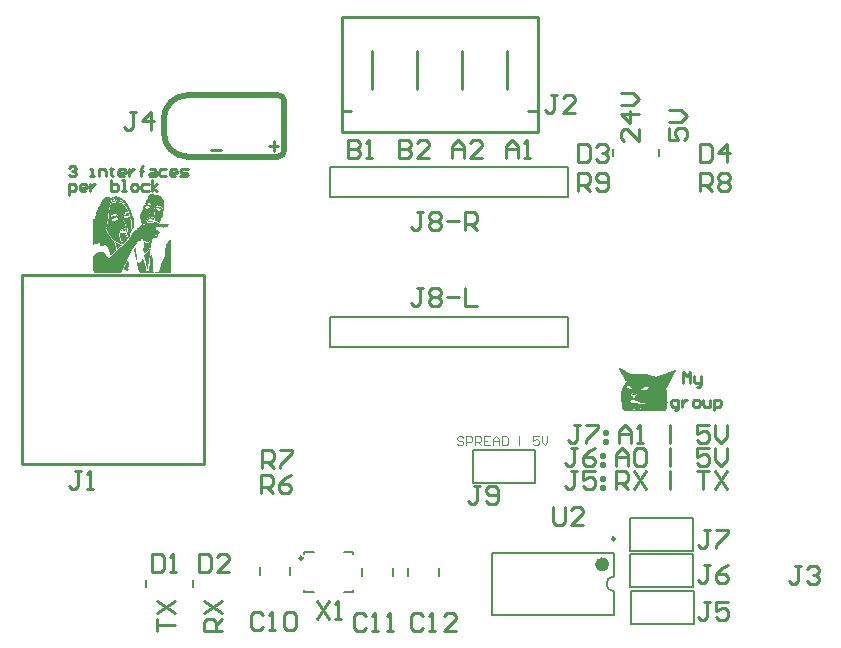
<source format=gto>
G04 Layer_Color=15132400*
%FSLAX24Y24*%
%MOIN*%
G70*
G01*
G75*
%ADD16C,0.0100*%
%ADD24C,0.0197*%
%ADD72C,0.0236*%
%ADD73C,0.0098*%
%ADD74C,0.0079*%
%ADD75C,0.0098*%
%ADD76C,0.0039*%
G36*
X6220Y40054D02*
X6223Y40051D01*
X6226Y40045D01*
Y40037D01*
Y40034D01*
Y40028D01*
Y40023D01*
X6229Y40017D01*
X6232Y40011D01*
X6234Y40006D01*
X6237Y39994D01*
Y39992D01*
X6240Y39983D01*
Y39972D01*
Y39958D01*
Y39955D01*
X6243Y39944D01*
Y39933D01*
X6246Y39919D01*
Y39916D01*
X6249Y39910D01*
X6251Y39902D01*
X6254Y39899D01*
X6257Y39893D01*
X6260Y39885D01*
Y39874D01*
Y39851D01*
X6209Y39812D01*
X6119Y39815D01*
X6105D01*
X6100Y39817D01*
X6097Y39820D01*
X6091Y39823D01*
X6080Y39829D01*
X6077D01*
X6071Y39834D01*
X6066Y39840D01*
X6060Y39851D01*
Y39857D01*
X6057Y39865D01*
Y39876D01*
X6060Y39882D01*
X6069D01*
X6080Y39879D01*
X6097Y39874D01*
X6125Y39859D01*
X6175D01*
X6187Y39862D01*
X6201D01*
X6209Y39865D01*
X6215D01*
X6220Y39868D01*
X6223Y39871D01*
X6226Y39874D01*
X6229Y39882D01*
X6232Y39888D01*
X6234Y39896D01*
Y39916D01*
Y39921D01*
Y39933D01*
X6232Y39947D01*
X6229Y39958D01*
X6226Y39961D01*
X6223Y39975D01*
X6218Y39992D01*
X6215Y40017D01*
Y40023D01*
Y40031D01*
Y40042D01*
Y40051D01*
X6218Y40054D01*
X6220Y40056D01*
Y40054D01*
D02*
G37*
G36*
X6201Y40042D02*
Y40039D01*
Y40037D01*
Y40031D01*
X6204Y40028D01*
X6206Y40023D01*
X6209Y40014D01*
Y40000D01*
Y39997D01*
Y39992D01*
Y39983D01*
Y39975D01*
Y39972D01*
X6212Y39969D01*
X6218Y39958D01*
Y39955D01*
X6220Y39952D01*
X6223Y39944D01*
Y39941D01*
X6226Y39938D01*
Y39930D01*
Y39919D01*
Y39916D01*
Y39904D01*
X6223Y39896D01*
X6220Y39890D01*
X6218Y39888D01*
X6215Y39879D01*
Y39876D01*
X6212Y39874D01*
X6206Y39871D01*
X6175D01*
X6153Y39874D01*
X6133D01*
X6119Y39876D01*
X6114D01*
X6111Y39879D01*
X6108Y39882D01*
X6102Y39885D01*
X6091Y39888D01*
X6088D01*
X6083Y39890D01*
X6066Y39893D01*
X6060D01*
X6049Y39888D01*
X6046Y39890D01*
Y39896D01*
Y39904D01*
Y39907D01*
X6043Y39916D01*
X6040Y39927D01*
X6035Y39941D01*
Y39944D01*
X6032Y39952D01*
X6026Y39964D01*
X6021Y39972D01*
X6018Y39975D01*
Y39980D01*
Y39986D01*
X6021Y39992D01*
X6024Y40003D01*
Y40006D01*
X6026Y40014D01*
X6035Y40020D01*
X6049Y40025D01*
X6057D01*
X6063Y40028D01*
X6069Y40031D01*
X6071D01*
X6083Y40037D01*
X6100Y40042D01*
X6122Y40048D01*
X6128D01*
X6142Y40051D01*
X6159Y40054D01*
X6178Y40056D01*
X6201D01*
Y40042D01*
D02*
G37*
G36*
X6260Y39986D02*
X6265Y39978D01*
Y39975D01*
X6268Y39972D01*
X6271Y39958D01*
Y39955D01*
Y39952D01*
X6277Y39938D01*
Y39935D01*
X6279Y39930D01*
X6285Y39916D01*
Y39913D01*
X6288Y39907D01*
Y39899D01*
X6291Y39888D01*
Y39882D01*
Y39871D01*
X6288Y39857D01*
X6285Y39843D01*
Y39840D01*
X6282Y39831D01*
X6277Y39820D01*
X6268Y39809D01*
X6265Y39806D01*
X6263Y39800D01*
X6257Y39792D01*
X6254Y39789D01*
X6251Y39784D01*
X6249Y39781D01*
X6240Y39772D01*
X6237Y39769D01*
X6232Y39764D01*
X6223Y39758D01*
X6215Y39755D01*
X6212D01*
X6209Y39753D01*
X6170D01*
X6161Y39755D01*
X6150Y39758D01*
X6130D01*
X6116Y39761D01*
X6094Y39769D01*
X6069Y39784D01*
X6063Y39789D01*
X6055Y39798D01*
Y39800D01*
X6052Y39815D01*
Y39817D01*
Y39820D01*
Y39823D01*
X6055Y39826D01*
X6060D01*
X6066Y39823D01*
X6077Y39817D01*
X6080Y39815D01*
X6085Y39812D01*
X6094Y39809D01*
X6097Y39806D01*
X6100D01*
X6105Y39803D01*
X6204D01*
X6209Y39806D01*
X6223Y39812D01*
X6226D01*
X6232Y39815D01*
X6246Y39826D01*
X6249D01*
X6251Y39829D01*
X6257Y39831D01*
X6263Y39834D01*
X6265Y39837D01*
Y39845D01*
Y39854D01*
Y39865D01*
Y39871D01*
Y39882D01*
Y39896D01*
X6263Y39907D01*
X6257Y39921D01*
Y39924D01*
X6254Y39930D01*
X6251Y39938D01*
X6249Y39955D01*
Y39958D01*
Y39966D01*
Y39978D01*
X6251Y39986D01*
X6254Y39989D01*
X6260Y39986D01*
D02*
G37*
G36*
X5894Y39736D02*
X5903Y39730D01*
X5905Y39727D01*
X5911Y39725D01*
X5931Y39713D01*
X6066Y39657D01*
X6069Y39654D01*
X6074D01*
X6080Y39651D01*
X6091Y39649D01*
X6100Y39640D01*
X6088Y39629D01*
X6085Y39626D01*
X6080Y39620D01*
X6069Y39612D01*
X6055Y39598D01*
X6012Y39567D01*
X5942Y39511D01*
Y39508D01*
X5936Y39505D01*
X5928Y39500D01*
X5925Y39502D01*
X5922Y39508D01*
Y39522D01*
Y39528D01*
X5920Y39539D01*
Y39559D01*
X5917Y39578D01*
X5911Y39601D01*
X5908Y39620D01*
X5905Y39637D01*
X5900Y39649D01*
Y39651D01*
Y39654D01*
X5897Y39671D01*
Y39674D01*
Y39677D01*
X5891Y39694D01*
X5877Y39733D01*
Y39736D01*
X5880Y39739D01*
X5886D01*
X5894Y39736D01*
D02*
G37*
G36*
X7103Y39795D02*
Y39789D01*
X7101Y39781D01*
Y39778D01*
X7098Y39769D01*
X7092Y39747D01*
Y39744D01*
X7089Y39736D01*
X7087Y39725D01*
X7084Y39708D01*
Y39702D01*
X7081Y39694D01*
X7078Y39682D01*
X7075Y39674D01*
Y39671D01*
X7072Y39665D01*
Y39651D01*
X7070Y39640D01*
Y39626D01*
Y39623D01*
Y39620D01*
Y39604D01*
X7067Y39587D01*
X7064Y39581D01*
X7061Y39578D01*
Y39575D01*
X7058Y39573D01*
Y39567D01*
Y39561D01*
Y39559D01*
Y39556D01*
X7056Y39553D01*
X7047Y39550D01*
X7044D01*
X7039Y39545D01*
X7027Y39539D01*
X7013Y39525D01*
X7011Y39522D01*
X7005Y39516D01*
X6997Y39508D01*
X6985Y39497D01*
X6968Y39480D01*
X6952Y39463D01*
X6907Y39421D01*
X6904Y39418D01*
X6898Y39410D01*
X6887Y39401D01*
X6876Y39387D01*
X6862Y39376D01*
X6850Y39365D01*
X6842Y39356D01*
X6836Y39353D01*
X6833Y39356D01*
X6831Y39362D01*
X6828Y39373D01*
X6819Y39415D01*
Y39418D01*
Y39426D01*
Y39443D01*
X6817Y39466D01*
X6819Y39575D01*
Y39581D01*
Y39592D01*
Y39609D01*
Y39632D01*
Y39682D01*
X6822Y39702D01*
Y39722D01*
Y39725D01*
Y39727D01*
X6825Y39741D01*
X6831Y39753D01*
X6833Y39758D01*
X6842D01*
X6853Y39753D01*
X6867Y39747D01*
X6884Y39733D01*
X6898Y39716D01*
X6957D01*
X6968Y39719D01*
X6977D01*
X6985Y39722D01*
X6991Y39727D01*
X6994D01*
X6997Y39730D01*
X7013Y39739D01*
X7030Y39753D01*
X7042Y39775D01*
Y39778D01*
X7044Y39784D01*
X7047Y39789D01*
X7050Y39792D01*
X7053D01*
X7058Y39795D01*
X7081D01*
X7092Y39798D01*
X7101D01*
X7103Y39795D01*
D02*
G37*
G36*
X5965Y41060D02*
X5987D01*
X6007Y41057D01*
X6010D01*
X6015Y41055D01*
X6026D01*
X6038Y41052D01*
X6066Y41043D01*
X6077Y41041D01*
X6088Y41038D01*
X6091Y41035D01*
X6097Y41032D01*
X6102Y41029D01*
X6111D01*
X6116Y41026D01*
X6125Y41024D01*
X6128Y41018D01*
X6130Y41015D01*
X6136Y41010D01*
X6139Y41004D01*
X6144Y40996D01*
X6150Y40984D01*
Y40981D01*
X6153Y40976D01*
X6164Y40959D01*
X6167Y40956D01*
X6173Y40951D01*
X6181Y40939D01*
X6195Y40928D01*
X6223Y40903D01*
X6226Y40900D01*
X6229Y40897D01*
X6234Y40891D01*
X6237Y40886D01*
X6294Y40785D01*
X6296Y40782D01*
X6299Y40773D01*
X6302Y40762D01*
X6305Y40754D01*
Y40751D01*
X6308Y40745D01*
X6313Y40737D01*
X6319Y40723D01*
X6322Y40720D01*
X6324Y40709D01*
X6330Y40695D01*
X6333Y40681D01*
Y40678D01*
X6336Y40667D01*
X6339Y40650D01*
Y40633D01*
Y40630D01*
Y40619D01*
Y40607D01*
X6341Y40599D01*
Y40596D01*
X6344Y40591D01*
X6347Y40582D01*
X6353Y40571D01*
X6355Y40565D01*
X6361Y40554D01*
X6369Y40532D01*
X6381Y40506D01*
Y40503D01*
X6384Y40501D01*
X6389Y40484D01*
X6398Y40461D01*
X6400Y40444D01*
Y40442D01*
X6403Y40428D01*
X6406Y40419D01*
Y40405D01*
X6409Y40391D01*
Y40371D01*
Y40368D01*
Y40363D01*
Y40352D01*
Y40338D01*
Y40307D01*
Y40273D01*
Y40267D01*
Y40256D01*
Y40242D01*
X6406Y40231D01*
Y40228D01*
X6403Y40219D01*
X6398Y40203D01*
Y40200D01*
X6395Y40194D01*
X6392Y40174D01*
Y40172D01*
Y40160D01*
Y40146D01*
Y40124D01*
Y40121D01*
Y40118D01*
Y40104D01*
Y40087D01*
Y40073D01*
Y40070D01*
Y40062D01*
X6389Y40051D01*
X6384Y40037D01*
Y40031D01*
X6378Y40020D01*
X6375Y40006D01*
X6372Y39992D01*
Y39989D01*
X6369Y39978D01*
X6367Y39964D01*
X6361Y39947D01*
Y39941D01*
X6358Y39933D01*
X6355Y39921D01*
X6350Y39910D01*
X6327Y39879D01*
Y39876D01*
X6324Y39874D01*
X6322Y39871D01*
X6319D01*
Y39874D01*
X6316Y39876D01*
X6313Y39888D01*
Y39890D01*
X6310Y39896D01*
X6308Y39907D01*
X6305Y39921D01*
Y39924D01*
X6302Y39933D01*
X6299Y39944D01*
X6296Y39955D01*
Y39958D01*
X6294Y39964D01*
X6288Y39983D01*
Y39986D01*
X6285Y39989D01*
X6279Y40003D01*
Y40006D01*
X6277Y40011D01*
X6274Y40023D01*
Y40042D01*
Y40048D01*
Y40059D01*
X6277Y40073D01*
X6282Y40087D01*
X6285Y40090D01*
Y40096D01*
Y40107D01*
Y40110D01*
X6288Y40115D01*
Y40121D01*
X6291Y40127D01*
X6294Y40129D01*
Y40135D01*
X6296Y40143D01*
X6302Y40172D01*
Y40177D01*
X6299Y40188D01*
X6294Y40203D01*
X6279Y40217D01*
X6277Y40219D01*
X6271Y40222D01*
X6263Y40225D01*
X6251D01*
X6249Y40222D01*
X6232Y40219D01*
X6229D01*
X6218Y40217D01*
X6204Y40208D01*
X6189Y40197D01*
X6187Y40194D01*
X6184Y40191D01*
X6175Y40188D01*
X6161Y40186D01*
X6147D01*
X6130Y40183D01*
X6114Y40180D01*
X6094Y40174D01*
X6074Y40166D01*
X6057Y40155D01*
X6046Y40138D01*
X6043Y40135D01*
X6040Y40121D01*
X6032Y40101D01*
X6021Y40073D01*
Y40070D01*
X6018Y40065D01*
X6012Y40048D01*
X6007Y40028D01*
X6004Y40023D01*
X6001Y40017D01*
Y40014D01*
Y40011D01*
X5998Y40003D01*
X5993Y39997D01*
Y39994D01*
X5990Y39992D01*
X5984Y39986D01*
Y39980D01*
X5990Y39969D01*
Y39966D01*
X5993Y39964D01*
X6001Y39952D01*
X6004Y39947D01*
X6010Y39938D01*
X6012Y39924D01*
X6015Y39921D01*
X6018Y39910D01*
X6021Y39893D01*
X6024Y39874D01*
Y39871D01*
Y39865D01*
X6026Y39854D01*
Y39843D01*
X6029Y39817D01*
X6032Y39806D01*
Y39798D01*
Y39795D01*
X6035Y39786D01*
X6046Y39769D01*
X6049Y39767D01*
X6057Y39761D01*
X6071Y39753D01*
X6097Y39741D01*
X6100D01*
X6105Y39739D01*
X6116D01*
X6133Y39736D01*
X6195Y39727D01*
X6167Y39699D01*
X6161Y39694D01*
X6150Y39685D01*
X6136Y39674D01*
X6125Y39665D01*
X6122D01*
X6119Y39663D01*
X6111Y39665D01*
X6102Y39668D01*
X6100D01*
X6097Y39671D01*
X6080Y39677D01*
X6077D01*
X6071Y39680D01*
X6063Y39682D01*
X6052Y39688D01*
X5945Y39733D01*
X5939Y39736D01*
X5928Y39744D01*
X5922Y39747D01*
X5917Y39750D01*
X5905Y39755D01*
X5903D01*
X5897Y39758D01*
X5883Y39761D01*
X5880D01*
X5875Y39764D01*
X5863Y39772D01*
X5846Y39786D01*
X5841Y39792D01*
X5830Y39803D01*
X5813Y39820D01*
X5793Y39840D01*
X5790Y39845D01*
X5779Y39854D01*
X5770Y39868D01*
X5762Y39876D01*
X5737Y39916D01*
X5700Y39969D01*
X5697Y39972D01*
X5692Y39980D01*
X5686Y39989D01*
X5683Y39994D01*
Y39997D01*
X5681Y40003D01*
X5675Y40011D01*
X5655Y40034D01*
X5652Y40037D01*
X5650Y40042D01*
X5641Y40054D01*
X5633Y40070D01*
X5630Y40073D01*
X5624Y40084D01*
X5619Y40096D01*
X5616Y40104D01*
X5613Y40113D01*
X5610Y40124D01*
X5605Y40135D01*
X5599Y40146D01*
X5588Y40174D01*
X5582Y40194D01*
Y40200D01*
X5585Y40205D01*
X5591Y40214D01*
X5593Y40217D01*
X5596Y40219D01*
X5599Y40228D01*
Y40233D01*
X5602Y40239D01*
X5605Y40248D01*
X5607Y40253D01*
X5610Y40267D01*
X5616Y40287D01*
X5636Y40391D01*
Y40394D01*
X5638Y40405D01*
Y40419D01*
Y40433D01*
Y40436D01*
X5641Y40442D01*
Y40447D01*
X5644Y40453D01*
X5647Y40458D01*
Y40467D01*
Y40484D01*
Y40489D01*
Y40501D01*
X5650Y40517D01*
X5655Y40537D01*
Y40540D01*
X5658Y40548D01*
X5661Y40562D01*
X5664Y40585D01*
Y40588D01*
Y40591D01*
Y40599D01*
X5666Y40610D01*
Y40627D01*
X5669Y40647D01*
Y40672D01*
X5672Y40703D01*
X5675Y40751D01*
X5678Y40773D01*
X5681Y40776D01*
X5683Y40790D01*
Y40793D01*
X5686Y40796D01*
X5689Y40813D01*
X5692Y40830D01*
X5695Y40838D01*
Y40844D01*
Y40847D01*
X5697Y40849D01*
X5703Y40866D01*
X5709Y40894D01*
Y40897D01*
X5711Y40903D01*
Y40914D01*
Y40928D01*
Y40931D01*
Y40939D01*
X5714Y40951D01*
X5717Y40959D01*
X5723Y40987D01*
Y40990D01*
X5725Y41001D01*
X5731Y41012D01*
X5734Y41021D01*
X5737D01*
X5740Y41024D01*
X5751Y41026D01*
X5762Y41032D01*
X5813Y41046D01*
X5818D01*
X5830Y41052D01*
X5846Y41055D01*
X5863Y41057D01*
X5886D01*
X5894Y41060D01*
X5903D01*
X5917Y41063D01*
X5948D01*
X5965Y41060D01*
D02*
G37*
G36*
X7078Y40484D02*
X7081D01*
X7084Y40481D01*
X7095Y40475D01*
X7098Y40472D01*
X7103Y40470D01*
X7109Y40464D01*
X7112Y40461D01*
X7109Y40458D01*
X7092D01*
X7042Y40464D01*
X7036D01*
X7025Y40467D01*
X7013D01*
X7008Y40470D01*
Y40472D01*
X7013Y40475D01*
X7019Y40478D01*
X7030Y40481D01*
X7044Y40484D01*
X7061Y40487D01*
X7067D01*
X7078Y40484D01*
D02*
G37*
G36*
X7072Y40568D02*
X7075D01*
X7078Y40565D01*
X7084Y40560D01*
X7087Y40557D01*
X7095Y40551D01*
X7112Y40546D01*
X7143D01*
X7154Y40543D01*
X7162Y40537D01*
X7174Y40529D01*
X7179Y40515D01*
X7182Y40498D01*
X7179Y40472D01*
Y40467D01*
X7171Y40461D01*
X7157D01*
X7148Y40467D01*
X7134Y40478D01*
X7132Y40481D01*
X7123Y40487D01*
X7112Y40495D01*
X7101Y40501D01*
X7098D01*
X7092Y40503D01*
X7081Y40506D01*
X7027D01*
Y40503D01*
X7025Y40501D01*
X7013D01*
X6999Y40498D01*
X6966Y40489D01*
X6963D01*
X6954Y40487D01*
X6946Y40489D01*
X6943Y40495D01*
Y40498D01*
X6946Y40501D01*
X6952Y40509D01*
X6960Y40520D01*
X6963Y40523D01*
X6968Y40529D01*
X6977Y40534D01*
X6985Y40537D01*
X6991D01*
X6997Y40540D01*
X7002Y40546D01*
X7005Y40548D01*
X7011Y40551D01*
X7025Y40560D01*
X7036Y40562D01*
X7050Y40568D01*
X7053D01*
X7056Y40571D01*
X7061Y40574D01*
X7064D01*
X7072Y40568D01*
D02*
G37*
G36*
X6946Y40478D02*
Y40475D01*
X6949Y40472D01*
X6952Y40470D01*
X6957D01*
X6960Y40467D01*
X6966Y40461D01*
X6968D01*
X6971Y40458D01*
X6985Y40453D01*
X6988D01*
X6991Y40450D01*
X6997D01*
X6999Y40447D01*
X7005Y40444D01*
X7033D01*
X7042Y40442D01*
X7053D01*
X7064Y40439D01*
X7109Y40430D01*
X7112D01*
X7123Y40428D01*
X7132Y40425D01*
X7134Y40422D01*
Y40419D01*
X7132Y40413D01*
X7126Y40411D01*
X7120Y40408D01*
X7115Y40402D01*
X7106Y40397D01*
X7103D01*
X7101Y40394D01*
X7095Y40391D01*
X7089Y40394D01*
X7087D01*
X7084Y40397D01*
X7067Y40402D01*
X7044Y40405D01*
X7019D01*
X7008Y40402D01*
X6980D01*
X6974Y40405D01*
X6968Y40408D01*
X6960Y40416D01*
Y40419D01*
X6957Y40425D01*
X6954Y40430D01*
X6952Y40436D01*
Y40442D01*
X6949Y40447D01*
X6943Y40456D01*
Y40458D01*
X6940Y40464D01*
X6937Y40478D01*
X6940Y40481D01*
X6943D01*
X6946Y40478D01*
D02*
G37*
G36*
X6268Y40194D02*
X6274Y40188D01*
X6277Y40186D01*
X6279Y40180D01*
X6282Y40174D01*
X6279Y40169D01*
X6277Y40163D01*
X6274Y40158D01*
X6271Y40146D01*
Y40143D01*
Y40138D01*
Y40129D01*
X6268Y40124D01*
X6265Y40118D01*
X6263Y40107D01*
X6251Y40039D01*
Y40037D01*
X6249Y40031D01*
X6246Y40025D01*
X6243Y40023D01*
X6240Y40025D01*
X6237Y40031D01*
Y40042D01*
Y40045D01*
Y40054D01*
X6234Y40065D01*
X6229Y40073D01*
X6226Y40079D01*
X6220Y40087D01*
Y40093D01*
Y40099D01*
Y40107D01*
Y40110D01*
Y40118D01*
Y40129D01*
Y40141D01*
Y40143D01*
X6218Y40146D01*
X6209Y40149D01*
X6198Y40152D01*
X6195D01*
X6187Y40149D01*
X6178D01*
X6173Y40146D01*
X6167Y40143D01*
X6159Y40141D01*
X6142D01*
X6133Y40138D01*
X6111Y40132D01*
X6108D01*
X6102Y40127D01*
X6091Y40118D01*
X6074Y40104D01*
X6071Y40101D01*
X6066Y40096D01*
X6060Y40090D01*
X6055Y40087D01*
Y40093D01*
Y40096D01*
X6057Y40101D01*
X6060Y40113D01*
X6066Y40124D01*
X6069Y40127D01*
X6071Y40132D01*
X6077Y40138D01*
X6083Y40143D01*
X6085D01*
X6091Y40146D01*
X6105Y40152D01*
X6108D01*
X6114Y40155D01*
X6128D01*
X6144Y40158D01*
X6150D01*
X6164Y40160D01*
X6181Y40163D01*
X6192Y40166D01*
X6195D01*
X6198Y40169D01*
X6204Y40172D01*
X6206Y40177D01*
X6209Y40180D01*
X6215Y40186D01*
X6229Y40194D01*
X6249Y40197D01*
X6260D01*
X6268Y40194D01*
D02*
G37*
G36*
X6209Y40132D02*
X6212Y40129D01*
Y40127D01*
Y40121D01*
X6206Y40118D01*
X6204D01*
X6195Y40115D01*
X6181Y40113D01*
X6105D01*
X6114Y40121D01*
X6116D01*
X6119Y40124D01*
X6128Y40127D01*
X6139Y40129D01*
X6150D01*
X6167Y40132D01*
X6181Y40141D01*
X6201D01*
X6209Y40132D01*
D02*
G37*
G36*
X5956Y41257D02*
X5959D01*
X5970Y41254D01*
X5987Y41251D01*
X6004Y41246D01*
X6010Y41243D01*
X6018Y41240D01*
X6029Y41237D01*
X6035Y41232D01*
X6038Y41229D01*
Y41223D01*
Y41218D01*
Y41215D01*
X6040Y41212D01*
X6043Y41209D01*
X6055D01*
X6063Y41206D01*
X6077Y41204D01*
X6094Y41198D01*
X6097Y41195D01*
X6108Y41192D01*
X6116Y41190D01*
X6125Y41184D01*
X6128Y41181D01*
X6133Y41178D01*
X6136D01*
X6144Y41173D01*
X6150Y41167D01*
X6161Y41156D01*
X6175Y41145D01*
X6195Y41128D01*
X6198Y41125D01*
X6206Y41114D01*
X6218Y41100D01*
X6232Y41083D01*
X6234Y41077D01*
X6243Y41069D01*
X6254Y41052D01*
X6263Y41038D01*
X6265Y41035D01*
X6271Y41026D01*
X6277Y41018D01*
X6279Y41012D01*
X6282Y41007D01*
X6288Y40996D01*
Y40993D01*
X6291Y40990D01*
X6296Y40976D01*
Y40973D01*
X6299Y40970D01*
X6302Y40965D01*
Y40962D01*
X6355Y40852D01*
X6437Y40672D01*
X6440Y40669D01*
X6443Y40658D01*
X6445Y40647D01*
Y40638D01*
Y40636D01*
X6448Y40633D01*
X6454Y40622D01*
X6457Y40619D01*
X6459Y40616D01*
X6462Y40610D01*
Y40602D01*
Y40599D01*
Y40596D01*
X6468Y40585D01*
X6471Y40582D01*
X6473Y40579D01*
X6476Y40574D01*
Y40568D01*
Y40565D01*
Y40562D01*
X6482Y40551D01*
X6485Y40548D01*
X6488Y40543D01*
X6490Y40534D01*
Y40526D01*
Y40523D01*
X6493Y40517D01*
X6499Y40498D01*
Y40495D01*
X6502Y40492D01*
X6504Y40484D01*
Y40472D01*
Y40470D01*
X6507Y40458D01*
Y40447D01*
Y40436D01*
Y40419D01*
Y40402D01*
Y40399D01*
Y40394D01*
Y40385D01*
Y40374D01*
Y40349D01*
X6504Y40340D01*
Y40332D01*
Y40329D01*
Y40321D01*
Y40312D01*
X6502Y40304D01*
Y40301D01*
X6499Y40295D01*
X6496Y40284D01*
X6493Y40273D01*
Y40270D01*
Y40267D01*
X6490Y40259D01*
X6485Y40250D01*
X6448Y40160D01*
Y40158D01*
X6445Y40152D01*
X6440Y40141D01*
X6431Y40129D01*
X6428Y40127D01*
X6426Y40121D01*
X6420Y40115D01*
X6417Y40113D01*
X6414Y40115D01*
Y40121D01*
Y40124D01*
Y40127D01*
X6409Y40141D01*
Y40143D01*
Y40149D01*
X6412Y40155D01*
X6414Y40158D01*
X6417Y40169D01*
X6420Y40186D01*
X6426Y40211D01*
Y40214D01*
Y40217D01*
X6428Y40225D01*
Y40236D01*
X6431Y40253D01*
Y40270D01*
X6434Y40290D01*
Y40315D01*
Y40318D01*
Y40321D01*
Y40335D01*
Y40349D01*
Y40354D01*
X6431Y40357D01*
Y40366D01*
X6428Y40377D01*
Y40388D01*
Y40399D01*
Y40402D01*
Y40408D01*
Y40419D01*
X6426Y40430D01*
X6423Y40461D01*
X6412Y40489D01*
X6381Y40565D01*
X6378Y40568D01*
X6375Y40579D01*
X6369Y40591D01*
X6364Y40602D01*
Y40605D01*
Y40610D01*
X6361Y40624D01*
Y40641D01*
Y40644D01*
Y40652D01*
X6358Y40664D01*
X6355Y40678D01*
X6350Y40709D01*
X6344Y40726D01*
X6339Y40740D01*
Y40742D01*
X6336Y40748D01*
X6333Y40757D01*
X6330Y40765D01*
X6327Y40771D01*
X6324Y40782D01*
X6313Y40802D01*
X6310Y40807D01*
X6302Y40818D01*
X6294Y40838D01*
X6282Y40858D01*
X6279Y40861D01*
X6274Y40872D01*
X6265Y40889D01*
X6254Y40903D01*
X6251Y40906D01*
X6246Y40914D01*
X6232Y40925D01*
X6218Y40942D01*
X6187Y40970D01*
X6184Y40973D01*
X6181Y40979D01*
X6178Y40984D01*
X6175Y40990D01*
Y40993D01*
Y40996D01*
Y40998D01*
X6184D01*
X6189Y40996D01*
X6204Y40987D01*
X6220Y40973D01*
X6223Y40970D01*
X6234Y40962D01*
X6237Y40959D01*
X6240Y40956D01*
X6246Y40953D01*
X6260D01*
X6263Y40959D01*
X6260Y40965D01*
X6254Y40973D01*
X6240Y40990D01*
X6237Y40993D01*
X6226Y41001D01*
X6212Y41012D01*
X6198Y41021D01*
X6195D01*
X6189Y41026D01*
X6184Y41032D01*
X6178Y41041D01*
X6150Y41074D01*
X6147Y41077D01*
X6142Y41086D01*
X6136Y41094D01*
X6130Y41102D01*
X6128Y41105D01*
X6122Y41111D01*
X6111Y41119D01*
X6108D01*
X6102Y41122D01*
X6097Y41125D01*
X6088Y41128D01*
X6085D01*
X6083Y41131D01*
X6074Y41133D01*
X6066Y41142D01*
X6063Y41145D01*
X6057Y41147D01*
X6049Y41153D01*
X6038Y41156D01*
X6026D01*
X6010Y41159D01*
X5981D01*
X5967Y41156D01*
X5950Y41153D01*
X5934Y41150D01*
X5931Y41147D01*
X5925Y41145D01*
X5905Y41131D01*
X5903Y41128D01*
X5900Y41122D01*
X5894Y41119D01*
X5889Y41116D01*
X5883D01*
X5877Y41119D01*
X5875Y41122D01*
X5872Y41133D01*
Y41136D01*
X5866Y41147D01*
X5858Y41164D01*
X5841Y41184D01*
X5835Y41187D01*
X5821Y41198D01*
X5801Y41212D01*
X5776Y41226D01*
X5773D01*
X5770Y41229D01*
X5768Y41232D01*
X5765Y41235D01*
X5768Y41237D01*
X5773Y41240D01*
X5787Y41246D01*
X5790D01*
X5801Y41249D01*
X5815Y41251D01*
X5832Y41257D01*
X5849D01*
X5866Y41260D01*
X5936D01*
X5956Y41257D01*
D02*
G37*
G36*
X7053Y39519D02*
Y39516D01*
Y39511D01*
Y39502D01*
Y39485D01*
Y39483D01*
X7050Y39471D01*
Y39463D01*
X7047Y39457D01*
Y39452D01*
X7044Y39446D01*
Y39435D01*
X7039Y39353D01*
Y39351D01*
X7036Y39345D01*
Y39339D01*
X7033Y39334D01*
Y39331D01*
X7030Y39325D01*
Y39311D01*
X7027Y39289D01*
Y39286D01*
Y39283D01*
X7025Y39266D01*
Y39249D01*
X7022Y39230D01*
Y39227D01*
Y39218D01*
X7019Y39207D01*
X7016Y39201D01*
Y39199D01*
X7013Y39190D01*
Y39182D01*
Y39171D01*
X7011Y39156D01*
Y39137D01*
X7005Y39095D01*
Y39092D01*
X7002Y39086D01*
Y39078D01*
X6999Y39072D01*
Y39069D01*
Y39067D01*
X6997Y39055D01*
X6994Y39036D01*
Y39033D01*
Y39030D01*
X6991Y39016D01*
X6988Y39002D01*
X6982Y38991D01*
Y38988D01*
X6980Y38982D01*
Y38968D01*
X6977Y38951D01*
Y38946D01*
X6974Y38937D01*
X6971Y38926D01*
X6968Y38917D01*
Y38915D01*
X6966Y38909D01*
Y38898D01*
X6963Y38881D01*
Y38878D01*
Y38875D01*
X6960Y38864D01*
X6957Y38850D01*
X6954Y38842D01*
Y38839D01*
X6952Y38836D01*
X6949Y38833D01*
X6943Y38830D01*
X6935D01*
X6932Y38836D01*
Y38839D01*
Y38844D01*
X6929Y38856D01*
Y38875D01*
X6926Y38906D01*
X6921Y38926D01*
Y38929D01*
X6918Y38937D01*
Y38951D01*
X6915Y38974D01*
X6909Y39005D01*
X6907Y39024D01*
Y39027D01*
X6904Y39033D01*
X6901Y39050D01*
Y39052D01*
Y39058D01*
X6898Y39075D01*
X6867Y39179D01*
X6853Y39246D01*
X6847Y39277D01*
Y39280D01*
Y39289D01*
Y39300D01*
Y39308D01*
Y39311D01*
X6850Y39314D01*
X6856Y39322D01*
X6862Y39334D01*
X6864Y39336D01*
X6870Y39345D01*
X6881Y39356D01*
X6898Y39376D01*
X6901Y39379D01*
X6912Y39390D01*
X6921Y39398D01*
X6929Y39404D01*
X6932D01*
X6937Y39410D01*
X6949Y39421D01*
X6960Y39432D01*
X6971Y39443D01*
X6974D01*
X6977Y39449D01*
X6991Y39460D01*
X7002Y39474D01*
X7008Y39480D01*
X7011Y39485D01*
X7013Y39491D01*
X7019Y39497D01*
X7027Y39505D01*
X7030Y39508D01*
X7036Y39514D01*
X7042Y39519D01*
X7047Y39522D01*
X7053D01*
Y39519D01*
D02*
G37*
G36*
X24606Y34116D02*
X24606D01*
Y35570D01*
X24606D01*
Y34116D01*
D02*
G37*
G36*
X6302Y39123D02*
X6305Y39120D01*
X6310Y39111D01*
X6313Y39109D01*
X6316Y39100D01*
X6319Y39089D01*
X6322Y39078D01*
Y39075D01*
X6324Y39067D01*
Y39058D01*
X6327Y39050D01*
Y39047D01*
X6330Y39041D01*
X6333Y39030D01*
Y39016D01*
Y39013D01*
Y39002D01*
X6330Y38991D01*
X6327Y38982D01*
Y38979D01*
X6324Y38974D01*
X6322Y38960D01*
X6319Y38948D01*
Y38934D01*
Y38932D01*
Y38929D01*
Y38912D01*
X6316Y38895D01*
X6310Y38884D01*
Y38881D01*
X6308Y38875D01*
X6305Y38867D01*
Y38858D01*
Y38856D01*
X6308Y38850D01*
X6313Y38842D01*
X6322Y38827D01*
X6324Y38825D01*
X6330Y38816D01*
X6336Y38811D01*
X6339Y38805D01*
X6327D01*
X6316Y38808D01*
X6302Y38811D01*
X6291D01*
X6288Y38808D01*
X6291Y38802D01*
X6294Y38799D01*
X6296D01*
X6299Y38797D01*
X6308Y38785D01*
X6310Y38782D01*
X6313Y38780D01*
X6316Y38774D01*
Y38768D01*
X6313Y38766D01*
X6305D01*
X6291Y38768D01*
X6288D01*
X6277Y38774D01*
X6260Y38782D01*
X6237Y38794D01*
X6234Y38797D01*
X6226Y38799D01*
X6218Y38805D01*
X6212Y38808D01*
X6206D01*
X6201Y38813D01*
X6192Y38819D01*
X6189D01*
X6187Y38822D01*
X6181Y38825D01*
X6175Y38827D01*
X6173D01*
X6170Y38830D01*
X6164Y38836D01*
X6161Y38842D01*
X6159Y38850D01*
Y38856D01*
X6161Y38861D01*
X6167Y38872D01*
X6170Y38875D01*
X6173Y38881D01*
X6175Y38889D01*
Y38898D01*
X6178Y38903D01*
X6181Y38912D01*
X6187Y38923D01*
X6189Y38926D01*
X6192Y38934D01*
X6195Y38943D01*
Y38951D01*
Y38954D01*
X6198Y38960D01*
X6204Y38968D01*
X6206Y38971D01*
X6212Y38977D01*
X6220Y38991D01*
X6234Y39007D01*
X6237Y39010D01*
X6240Y39016D01*
X6249Y39027D01*
X6254Y39038D01*
X6282Y39103D01*
X6285Y39106D01*
X6291Y39114D01*
X6296Y39123D01*
X6299Y39126D01*
X6302Y39123D01*
D02*
G37*
G36*
X6563Y39528D02*
X6569Y39522D01*
X6575Y39516D01*
Y39514D01*
X6578Y39511D01*
X6580Y39502D01*
Y39491D01*
Y39488D01*
X6583Y39477D01*
Y39460D01*
Y39432D01*
Y39373D01*
Y39367D01*
X6586Y39356D01*
Y39342D01*
Y39331D01*
X6592Y39291D01*
X6600Y39190D01*
Y39187D01*
X6603Y39179D01*
Y39171D01*
Y39165D01*
Y39162D01*
X6606Y39156D01*
Y39151D01*
X6603Y39145D01*
Y39142D01*
Y39140D01*
X6600Y39128D01*
Y39126D01*
Y39120D01*
X6603Y39111D01*
X6608Y39103D01*
X6611Y39100D01*
X6614Y39095D01*
X6620Y39086D01*
X6625Y39078D01*
X6628Y39075D01*
X6631Y39072D01*
X6637Y39064D01*
X6642Y39052D01*
Y39050D01*
X6645Y39047D01*
X6653Y39038D01*
X6665Y39027D01*
X6670Y39024D01*
X6679D01*
X6687Y39027D01*
X6696Y39038D01*
X6701Y39044D01*
X6707Y39055D01*
X6710Y39058D01*
X6713Y39064D01*
X6721Y39075D01*
X6732Y39089D01*
X6735Y39092D01*
X6743Y39100D01*
X6755Y39117D01*
X6772Y39140D01*
X6774Y39142D01*
X6777Y39151D01*
X6783Y39162D01*
X6788Y39171D01*
X6791Y39173D01*
X6800Y39179D01*
X6802D01*
X6808Y39176D01*
X6811Y39171D01*
X6817Y39162D01*
X6822Y39148D01*
X6831Y39131D01*
X6836Y39106D01*
X6887Y38917D01*
Y38912D01*
X6890Y38903D01*
X6895Y38887D01*
X6901Y38872D01*
X6904Y38870D01*
X6907Y38858D01*
X6909Y38842D01*
X6912Y38819D01*
Y38816D01*
Y38808D01*
Y38799D01*
X6915Y38791D01*
Y38788D01*
X6918Y38785D01*
X6923Y38777D01*
X6926Y38774D01*
X6937Y38768D01*
X6954D01*
X6963Y38771D01*
X6971Y38777D01*
X6974Y38780D01*
X6977Y38785D01*
X6985Y38794D01*
X6991Y38808D01*
X6994Y38811D01*
X6997Y38819D01*
X6999Y38836D01*
X7002Y38858D01*
X7005Y38895D01*
X7011Y38923D01*
Y38926D01*
X7013Y38932D01*
Y38943D01*
X7016Y38954D01*
X7019Y38974D01*
X7025Y38993D01*
X7027Y39019D01*
X7033Y39047D01*
Y39050D01*
X7036Y39058D01*
Y39075D01*
X7039Y39097D01*
X7042Y39173D01*
Y39176D01*
Y39182D01*
Y39193D01*
Y39207D01*
Y39232D01*
X7044Y39244D01*
Y39252D01*
Y39255D01*
X7047Y39263D01*
X7050Y39275D01*
X7053Y39286D01*
X7056Y39289D01*
X7058Y39294D01*
X7061Y39300D01*
X7064Y39303D01*
X7067D01*
X7075Y39306D01*
X7078D01*
X7081Y39303D01*
X7087Y39300D01*
X7092Y39291D01*
X7095Y39289D01*
X7098Y39277D01*
X7106Y39258D01*
X7117Y39230D01*
X7134Y39187D01*
X7126Y39013D01*
Y39010D01*
Y39005D01*
Y38996D01*
Y38985D01*
Y38962D01*
Y38951D01*
Y38943D01*
Y38940D01*
X7129Y38929D01*
X7132Y38915D01*
X7137Y38901D01*
Y38898D01*
X7140Y38895D01*
X7143Y38884D01*
X7146Y38870D01*
Y38856D01*
Y38853D01*
Y38844D01*
Y38830D01*
Y38811D01*
Y38805D01*
Y38794D01*
Y38777D01*
X7148Y38760D01*
Y38754D01*
X7151Y38746D01*
X7154Y38732D01*
Y38721D01*
Y38701D01*
X6701D01*
X6693Y38735D01*
X6682Y38760D01*
Y38763D01*
X6679Y38766D01*
X6670Y38780D01*
X6662Y38799D01*
X6653Y38819D01*
Y38822D01*
X6648Y38836D01*
X6645Y38853D01*
X6639Y38878D01*
Y38881D01*
Y38887D01*
X6637Y38903D01*
X6631Y38929D01*
X6623Y38948D01*
Y38951D01*
X6620Y38957D01*
X6617Y38965D01*
X6611Y38977D01*
X6603Y39010D01*
Y39013D01*
X6597Y39024D01*
X6594Y39038D01*
X6592Y39052D01*
Y39055D01*
Y39061D01*
Y39072D01*
Y39086D01*
Y39089D01*
Y39097D01*
Y39109D01*
X6589Y39123D01*
Y39126D01*
X6586Y39131D01*
Y39140D01*
X6580Y39148D01*
X6578Y39162D01*
X6572Y39179D01*
X6563Y39201D01*
Y39207D01*
X6558Y39218D01*
X6552Y39241D01*
X6544Y39269D01*
Y39272D01*
Y39275D01*
X6541Y39291D01*
X6538Y39314D01*
X6535Y39336D01*
Y39339D01*
Y39345D01*
X6530Y39365D01*
Y39367D01*
X6527Y39376D01*
X6518Y39393D01*
X6513Y39404D01*
X6504Y39418D01*
Y39421D01*
X6502Y39429D01*
X6499Y39441D01*
X6496Y39455D01*
Y39457D01*
X6499Y39466D01*
X6502Y39477D01*
X6504Y39491D01*
X6507Y39494D01*
X6510Y39500D01*
X6518Y39508D01*
X6530Y39519D01*
X6533Y39522D01*
X6541Y39525D01*
X6549Y39528D01*
X6558Y39530D01*
X6561D01*
X6563Y39528D01*
D02*
G37*
G36*
X7674Y39809D02*
X7685Y39803D01*
X7702Y39795D01*
X7733Y39775D01*
Y39781D01*
X7736Y39792D01*
Y38701D01*
X7202D01*
X7207Y38718D01*
Y38721D01*
X7213Y38726D01*
X7224Y38743D01*
X7227D01*
X7230Y38746D01*
X7238Y38749D01*
X7244Y38752D01*
X7250D01*
X7258Y38749D01*
X7266Y38743D01*
X7269D01*
X7275Y38740D01*
X7283Y38737D01*
X7292D01*
X7297Y38740D01*
X7306Y38746D01*
X7317Y38757D01*
X7320Y38760D01*
X7328Y38766D01*
X7334Y38780D01*
X7340Y38794D01*
Y38797D01*
X7342Y38802D01*
X7345Y38811D01*
X7348Y38822D01*
X7354Y38839D01*
X7359Y38856D01*
X7368Y38878D01*
Y38881D01*
X7371Y38889D01*
X7376Y38901D01*
X7382Y38915D01*
X7393Y38948D01*
X7407Y38985D01*
X7441Y39072D01*
X7469Y39131D01*
Y39134D01*
X7472Y39140D01*
X7477Y39151D01*
X7483Y39162D01*
X7494Y39187D01*
X7503Y39213D01*
X7505Y39218D01*
X7508Y39230D01*
X7517Y39252D01*
X7522Y39280D01*
X7536Y39359D01*
X7539Y39415D01*
X7550Y39528D01*
Y39530D01*
Y39536D01*
X7553Y39553D01*
X7556Y39578D01*
X7559Y39598D01*
Y39601D01*
X7562Y39612D01*
X7567Y39626D01*
X7573Y39643D01*
Y39646D01*
X7576Y39651D01*
X7581Y39663D01*
X7587Y39677D01*
X7604Y39713D01*
X7624Y39753D01*
Y39755D01*
X7629Y39761D01*
X7640Y39781D01*
X7655Y39800D01*
X7660Y39806D01*
X7666Y39812D01*
X7669D01*
X7674Y39809D01*
D02*
G37*
G36*
X22666Y35563D02*
X22673Y35561D01*
X22698Y35548D01*
X23076Y35336D01*
X23078Y35334D01*
X23082Y35332D01*
X23088Y35330D01*
X23114D01*
X23125Y35332D01*
X23140D01*
X23159Y35334D01*
X23183Y35336D01*
X23198D01*
X23215Y35338D01*
X23237Y35340D01*
X23262Y35341D01*
X23290D01*
X23344Y35345D01*
X23356D01*
X23369Y35347D01*
X23384D01*
X23419Y35349D01*
X23470D01*
X23490Y35347D01*
X23511Y35345D01*
X23517D01*
X23522Y35343D01*
X23530Y35341D01*
X23539Y35340D01*
X23552Y35338D01*
X23567Y35334D01*
X23582Y35330D01*
X23715Y35300D01*
X23717D01*
X23721Y35298D01*
X23727Y35296D01*
X23736Y35295D01*
X23758Y35289D01*
X23785Y35283D01*
X23787D01*
X23792Y35281D01*
X23798D01*
X23807Y35280D01*
X23830Y35276D01*
X23852Y35272D01*
X23854D01*
X23858Y35270D01*
X23871Y35268D01*
X23877Y35266D01*
X23882Y35265D01*
X23884Y35263D01*
Y35261D01*
X23839Y35238D01*
X23837D01*
X23833Y35235D01*
X23826Y35233D01*
X23818Y35229D01*
X23802Y35221D01*
X23796Y35218D01*
X23790Y35216D01*
X23787Y35214D01*
X23781Y35210D01*
Y35208D01*
Y35206D01*
X23783Y35205D01*
X23788D01*
X23794Y35206D01*
X23802Y35208D01*
X23811Y35212D01*
X23822Y35218D01*
X23824D01*
X23828Y35220D01*
X23835Y35223D01*
X23845Y35227D01*
X23867Y35236D01*
X23893Y35248D01*
X23897Y35250D01*
X23905Y35251D01*
X23916Y35257D01*
X23927Y35263D01*
X23931D01*
X23936Y35265D01*
X23944Y35266D01*
X23951Y35268D01*
X23955D01*
X23961Y35270D01*
X23970Y35272D01*
X23980Y35274D01*
X23991Y35278D01*
X24006Y35281D01*
X24021Y35287D01*
X24023D01*
X24028Y35289D01*
X24038Y35293D01*
X24051Y35295D01*
X24064Y35300D01*
X24081Y35304D01*
X24116Y35315D01*
X24345Y35398D01*
X24450Y35435D01*
X24452Y35437D01*
X24459Y35439D01*
X24471Y35444D01*
X24484Y35448D01*
X24510Y35459D01*
X24521Y35463D01*
X24531Y35467D01*
X24551D01*
X24557Y35463D01*
X24559Y35461D01*
X24561Y35458D01*
X24562Y35450D01*
Y35441D01*
Y35439D01*
Y35435D01*
X24559Y35426D01*
Y35424D01*
X24555Y35418D01*
X24549Y35409D01*
X24542Y35394D01*
X24396Y35150D01*
X24362Y35090D01*
Y35088D01*
X24360Y35085D01*
X24356Y35079D01*
X24353Y35072D01*
X24343Y35055D01*
X24334Y35034D01*
Y35032D01*
X24332Y35028D01*
X24328Y35017D01*
X24323Y35002D01*
X24317Y34985D01*
Y34983D01*
X24313Y34976D01*
X24309Y34965D01*
X24306Y34952D01*
X24291Y34920D01*
X24281Y34905D01*
X24270Y34890D01*
X24268Y34888D01*
X24264Y34884D01*
X24259Y34879D01*
X24255Y34875D01*
Y34873D01*
X24253Y34871D01*
X24251Y34862D01*
Y34860D01*
Y34850D01*
Y34843D01*
Y34834D01*
X24253Y34822D01*
X24257Y34809D01*
Y34805D01*
X24259Y34798D01*
X24261Y34787D01*
X24263Y34772D01*
Y34770D01*
Y34768D01*
X24264Y34757D01*
X24266Y34738D01*
X24268Y34714D01*
Y34712D01*
Y34708D01*
Y34701D01*
X24270Y34691D01*
Y34667D01*
X24272Y34639D01*
Y34611D01*
Y34582D01*
Y34558D01*
Y34551D01*
X24270Y34543D01*
Y34541D01*
Y34536D01*
X24268Y34521D01*
Y34519D01*
X24270Y34511D01*
X24272Y34500D01*
X24276Y34483D01*
Y34481D01*
X24278Y34476D01*
X24279Y34466D01*
X24281Y34455D01*
Y34442D01*
X24283Y34427D01*
X24285Y34397D01*
Y34395D01*
Y34389D01*
Y34380D01*
X24283Y34367D01*
Y34352D01*
X24281Y34333D01*
X24279Y34313D01*
X24276Y34290D01*
Y34288D01*
Y34284D01*
X24274Y34277D01*
X24272Y34269D01*
X24268Y34249D01*
X24264Y34228D01*
Y34226D01*
X24263Y34223D01*
Y34217D01*
X24261Y34210D01*
X24259Y34200D01*
X24255Y34189D01*
X24249Y34161D01*
X24244Y34142D01*
X24240Y34116D01*
X22835D01*
X22829Y34121D01*
X22827Y34123D01*
X22823Y34129D01*
X22821Y34135D01*
X22816Y34142D01*
X22810Y34150D01*
X22805Y34161D01*
Y34163D01*
X22801Y34166D01*
X22797Y34172D01*
X22793Y34180D01*
X22784Y34196D01*
X22773Y34217D01*
Y34219D01*
X22771Y34221D01*
X22765Y34232D01*
X22760Y34247D01*
X22756Y34262D01*
Y34266D01*
Y34269D01*
Y34277D01*
X22754Y34284D01*
Y34296D01*
Y34309D01*
Y34326D01*
Y34328D01*
Y34331D01*
Y34339D01*
Y34348D01*
Y34373D01*
X22752Y34399D01*
Y34401D01*
Y34404D01*
Y34414D01*
X22750Y34425D01*
Y34438D01*
X22748Y34455D01*
X22746Y34476D01*
X22745Y34498D01*
Y34502D01*
X22743Y34513D01*
X22741Y34528D01*
Y34549D01*
X22739Y34571D01*
X22737Y34596D01*
X22735Y34622D01*
Y34646D01*
Y34648D01*
Y34657D01*
X22737Y34669D01*
Y34684D01*
X22739Y34701D01*
X22741Y34719D01*
X22746Y34759D01*
Y34760D01*
X22748Y34764D01*
X22750Y34772D01*
X22752Y34781D01*
X22758Y34804D01*
X22765Y34830D01*
Y34832D01*
X22767Y34835D01*
X22771Y34843D01*
X22775Y34854D01*
X22780Y34865D01*
X22786Y34880D01*
X22803Y34912D01*
Y34914D01*
X22806Y34920D01*
X22810Y34927D01*
X22816Y34937D01*
X22823Y34950D01*
X22831Y34965D01*
X22853Y35000D01*
X22855Y35002D01*
X22859Y35010D01*
X22866Y35019D01*
X22878Y35034D01*
X22891Y35051D01*
X22906Y35072D01*
X22923Y35094D01*
X22943Y35118D01*
X22969Y35154D01*
X22968Y35156D01*
X22962Y35154D01*
X22953Y35147D01*
X22951Y35145D01*
X22941Y35137D01*
X22928Y35126D01*
X22911Y35113D01*
X22910Y35111D01*
X22908Y35109D01*
X22898Y35102D01*
X22887Y35094D01*
X22883Y35092D01*
X22881Y35090D01*
X22878Y35096D01*
X22874Y35105D01*
X22872Y35111D01*
X22868Y35120D01*
Y35122D01*
X22866Y35126D01*
X22865Y35132D01*
X22863Y35141D01*
X22855Y35161D01*
X22846Y35188D01*
X22836Y35216D01*
X22825Y35242D01*
X22814Y35265D01*
X22810Y35276D01*
X22805Y35283D01*
X22773Y35332D01*
X22771Y35334D01*
X22769Y35338D01*
X22763Y35345D01*
X22758Y35355D01*
X22745Y35375D01*
X22730Y35399D01*
Y35401D01*
X22726Y35405D01*
X22724Y35411D01*
X22718Y35418D01*
X22709Y35435D01*
X22700Y35454D01*
X22677Y35497D01*
Y35499D01*
X22675Y35503D01*
X22670Y35514D01*
X22664Y35529D01*
X22658Y35544D01*
Y35546D01*
X22657Y35553D01*
X22658Y35559D01*
X22660Y35564D01*
X22662D01*
X22666Y35563D01*
D02*
G37*
G36*
X6024Y41136D02*
X6035Y41133D01*
X6038D01*
X6040Y41131D01*
X6049Y41122D01*
X6052D01*
X6057Y41116D01*
X6066Y41114D01*
X6080Y41105D01*
X6083D01*
X6085Y41102D01*
X6100Y41091D01*
X6119Y41074D01*
X6136Y41055D01*
X6139Y41052D01*
X6136Y41049D01*
X6125Y41052D01*
X6122D01*
X6116Y41055D01*
X6097Y41060D01*
X6091D01*
X6077Y41063D01*
X6071D01*
X6063Y41066D01*
X6049Y41071D01*
X6046D01*
X6040Y41074D01*
X6032D01*
X6021Y41077D01*
X6007D01*
X5990Y41080D01*
X5967D01*
X5925Y41083D01*
X5917D01*
X5911Y41086D01*
X5908Y41088D01*
Y41091D01*
X5914Y41102D01*
X5917Y41108D01*
X5925Y41116D01*
X5928D01*
X5931Y41119D01*
X5939Y41122D01*
X5950Y41128D01*
X5953D01*
X5959Y41131D01*
X5967Y41133D01*
X5973Y41136D01*
X5979D01*
X5990Y41139D01*
X6015D01*
X6024Y41136D01*
D02*
G37*
G36*
X5813Y41122D02*
X5830D01*
X5832Y41119D01*
X5844Y41111D01*
X5846Y41108D01*
X5849Y41105D01*
X5858Y41100D01*
X5863Y41097D01*
X5866Y41094D01*
X5869Y41091D01*
Y41086D01*
Y41083D01*
X5866Y41080D01*
X5860Y41077D01*
X5838D01*
X5815Y41071D01*
X5813D01*
X5807Y41069D01*
X5796Y41063D01*
X5782Y41060D01*
X5756Y41055D01*
X5748D01*
X5751Y41063D01*
Y41069D01*
X5754Y41080D01*
X5759Y41097D01*
X5770Y41114D01*
X5773Y41119D01*
X5782Y41125D01*
X5807D01*
X5813Y41122D01*
D02*
G37*
G36*
X7112Y41350D02*
X7129Y41347D01*
X7134D01*
X7140Y41344D01*
X7143D01*
X7146Y41341D01*
X7160Y41336D01*
X7162D01*
X7168Y41333D01*
X7176Y41327D01*
X7182Y41322D01*
Y41319D01*
X7185Y41313D01*
X7188Y41305D01*
Y41299D01*
Y41296D01*
X7185Y41294D01*
Y41288D01*
X7196D01*
X7199Y41291D01*
X7207Y41294D01*
X7216Y41302D01*
X7233Y41322D01*
X7261Y41319D01*
X7264D01*
X7275Y41316D01*
X7289Y41310D01*
X7306Y41308D01*
X7309Y41305D01*
X7320Y41302D01*
X7328Y41296D01*
X7340Y41291D01*
X7342Y41288D01*
X7354D01*
X7359Y41285D01*
X7368Y41280D01*
X7371Y41277D01*
X7376Y41274D01*
X7382Y41268D01*
X7385Y41265D01*
X7387Y41263D01*
X7393Y41260D01*
X7399Y41257D01*
X7404Y41251D01*
X7413Y41243D01*
X7416Y41240D01*
X7421Y41235D01*
X7424Y41226D01*
X7427Y41223D01*
X7430Y41220D01*
X7435Y41212D01*
X7438D01*
X7441Y41206D01*
X7446Y41198D01*
X7455Y41187D01*
X7458Y41184D01*
X7463Y41175D01*
X7472Y41164D01*
X7480Y41150D01*
X7483Y41147D01*
X7489Y41142D01*
X7491Y41133D01*
X7494Y41128D01*
X7497Y40945D01*
Y40942D01*
X7500Y40931D01*
Y40920D01*
X7503Y40911D01*
Y40908D01*
X7505Y40900D01*
X7508Y40889D01*
Y40880D01*
Y40877D01*
Y40872D01*
X7505Y40861D01*
X7500Y40847D01*
Y40844D01*
X7497Y40832D01*
X7494Y40818D01*
X7491Y40802D01*
Y40799D01*
Y40790D01*
X7489Y40779D01*
X7486Y40773D01*
Y40771D01*
X7483Y40768D01*
X7480Y40757D01*
X7477Y40745D01*
Y40742D01*
Y40734D01*
X7475Y40723D01*
X7469Y40709D01*
Y40706D01*
X7466Y40703D01*
X7463Y40692D01*
Y40681D01*
X7466Y40675D01*
X7472Y40672D01*
X7475Y40669D01*
X7477Y40667D01*
X7480Y40655D01*
X7477Y40647D01*
X7472Y40636D01*
X7458Y40602D01*
X7455Y40599D01*
X7452Y40593D01*
X7444Y40585D01*
X7438Y40579D01*
X7435Y40577D01*
X7432Y40571D01*
X7430Y40568D01*
Y40565D01*
X7424Y40557D01*
X7421Y40554D01*
X7416Y40543D01*
Y40540D01*
Y40534D01*
Y40523D01*
Y40506D01*
Y40503D01*
Y40501D01*
Y40489D01*
Y40475D01*
X7413Y40467D01*
Y40464D01*
Y40461D01*
X7407Y40450D01*
Y40447D01*
X7401Y40444D01*
X7396Y40442D01*
X7371D01*
X7368Y40425D01*
Y40422D01*
X7365Y40416D01*
X7362Y40411D01*
X7359Y40408D01*
Y40405D01*
X7356Y40397D01*
Y40394D01*
X7354Y40385D01*
X7351Y40383D01*
X7342D01*
X7331Y40385D01*
X7328Y40388D01*
X7320Y40391D01*
X7309Y40399D01*
X7297Y40408D01*
X7295Y40411D01*
X7289Y40413D01*
X7269Y40428D01*
X7252Y40436D01*
X7247D01*
X7236Y40439D01*
X7213D01*
X7205Y40442D01*
X7202Y40447D01*
Y40453D01*
Y40456D01*
X7199Y40461D01*
Y40464D01*
Y40472D01*
Y40475D01*
X7202Y40478D01*
X7205Y40489D01*
Y40503D01*
Y40506D01*
Y40509D01*
X7202Y40526D01*
X7193Y40546D01*
X7188Y40554D01*
X7176Y40562D01*
X7171Y40565D01*
X7160Y40571D01*
X7148D01*
X7137Y40568D01*
X7112D01*
X7106Y40571D01*
X7101Y40577D01*
X7098Y40579D01*
X7087Y40588D01*
X7067Y40591D01*
X7056Y40593D01*
X7044Y40591D01*
X7042D01*
X7039Y40588D01*
X7025Y40582D01*
X7008Y40574D01*
X6991Y40565D01*
X6988D01*
X6985Y40562D01*
X6968Y40557D01*
X6966D01*
X6960Y40551D01*
X6952Y40546D01*
X6940Y40534D01*
X6937Y40532D01*
X6932Y40523D01*
X6926Y40512D01*
X6921Y40501D01*
Y40498D01*
X6918Y40495D01*
Y40481D01*
X6915Y40464D01*
X6921Y40450D01*
X6923Y40447D01*
X6926Y40442D01*
X6929Y40433D01*
Y40428D01*
Y40425D01*
Y40422D01*
X6935Y40413D01*
X6937Y40411D01*
X6943Y40402D01*
Y40399D01*
Y40394D01*
X6937Y40388D01*
X6926Y40383D01*
X6923Y40380D01*
X6915Y40377D01*
X6907Y40374D01*
X6901Y40368D01*
X6898Y40366D01*
X6890Y40363D01*
X6887D01*
X6873Y40357D01*
X6870Y40354D01*
X6864Y40352D01*
X6856Y40349D01*
X6842Y40343D01*
X6839D01*
X6833Y40340D01*
X6825Y40335D01*
X6817Y40332D01*
X6811Y40329D01*
X6805Y40323D01*
X6797Y40321D01*
X6794D01*
X6791Y40318D01*
X6786Y40312D01*
Y40309D01*
X6788Y40307D01*
X6794Y40301D01*
X6808D01*
X6817Y40307D01*
X6831Y40312D01*
X6833Y40315D01*
X6842Y40318D01*
X6850Y40321D01*
X6856Y40323D01*
X6862D01*
X6870Y40326D01*
X6878Y40332D01*
X6881D01*
X6887Y40338D01*
X6892Y40340D01*
X6898Y40343D01*
X6904D01*
X6909Y40349D01*
X6918Y40354D01*
X6921D01*
X6926Y40360D01*
X6935Y40363D01*
X6943Y40366D01*
X6946D01*
X6949Y40368D01*
X6954Y40371D01*
X6957Y40374D01*
X6963Y40377D01*
X6971D01*
X6985Y40380D01*
X7008D01*
X7019Y40383D01*
X7039D01*
X7042Y40380D01*
X7050Y40377D01*
X7061Y40374D01*
X7070Y40371D01*
X7072D01*
X7078Y40368D01*
X7092Y40366D01*
X7098D01*
X7112Y40371D01*
X7115D01*
X7120Y40374D01*
X7134Y40383D01*
X7140Y40388D01*
X7154Y40399D01*
X7174Y40411D01*
X7202Y40416D01*
X7230D01*
X7236Y40413D01*
X7252Y40405D01*
X7255Y40402D01*
X7264Y40399D01*
X7275Y40394D01*
X7289Y40385D01*
X7292Y40383D01*
X7300Y40377D01*
X7311Y40368D01*
X7323Y40360D01*
X7326D01*
X7331Y40357D01*
X7342Y40354D01*
X7356D01*
X7371Y40352D01*
X7393D01*
X7410Y40349D01*
X7430D01*
X7494Y40346D01*
X7517D01*
X7522Y40343D01*
X7525Y40340D01*
X7528Y40332D01*
Y40329D01*
Y40326D01*
X7522Y40312D01*
X7520Y40309D01*
Y40298D01*
Y40287D01*
X7525Y40273D01*
Y40270D01*
X7528Y40267D01*
X7531Y40264D01*
X7536D01*
X7542Y40262D01*
X7576D01*
X7595Y40264D01*
X7604D01*
X7612Y40267D01*
X7618Y40273D01*
Y40278D01*
Y40281D01*
X7615Y40284D01*
X7610Y40287D01*
X7590D01*
X7570Y40284D01*
X7553D01*
X7545Y40290D01*
Y40293D01*
Y40301D01*
X7548Y40307D01*
X7550Y40318D01*
Y40321D01*
X7553Y40326D01*
X7562Y40335D01*
X7570Y40338D01*
X7581Y40340D01*
X7587D01*
X7601Y40343D01*
X7646D01*
X7657Y40340D01*
X7669Y40338D01*
X7680Y40332D01*
Y40326D01*
Y40318D01*
X7677Y40312D01*
X7674Y40307D01*
X7663Y40301D01*
X7652Y40298D01*
X7635Y40295D01*
Y40278D01*
Y40276D01*
X7632Y40267D01*
X7629Y40259D01*
X7618Y40250D01*
X7615Y40248D01*
X7604Y40242D01*
X7587Y40236D01*
X7573Y40231D01*
X7556Y40228D01*
X7553D01*
X7542Y40225D01*
X7514D01*
X7508Y40222D01*
X7475D01*
X7461Y40225D01*
X7444Y40228D01*
X7432Y40231D01*
X7430D01*
X7424Y40233D01*
X7416D01*
X7399Y40236D01*
X7371D01*
X7351Y40242D01*
X7345D01*
X7337Y40245D01*
X7323Y40248D01*
X7314Y40250D01*
X7309D01*
X7292Y40248D01*
X7289D01*
X7283Y40245D01*
X7272D01*
X7255Y40242D01*
X7227Y40239D01*
Y40203D01*
Y40200D01*
Y40197D01*
Y40180D01*
X7224Y40163D01*
X7221Y40158D01*
X7219Y40152D01*
Y40149D01*
X7216Y40146D01*
X7213Y40132D01*
Y40129D01*
Y40127D01*
X7216Y40124D01*
X7219Y40121D01*
X7221D01*
X7227Y40124D01*
X7230Y40129D01*
X7233Y40132D01*
X7244Y40135D01*
X7261Y40138D01*
X7275Y40135D01*
X7292Y40132D01*
X7295D01*
X7297Y40129D01*
X7314Y40124D01*
X7331Y40113D01*
X7345Y40096D01*
X7348Y40090D01*
X7351Y40079D01*
X7354Y40062D01*
X7348Y40042D01*
Y40039D01*
X7345Y40037D01*
X7342Y40023D01*
Y40020D01*
Y40017D01*
X7337Y40006D01*
Y40003D01*
X7334Y40000D01*
X7331Y39997D01*
X7326D01*
Y40003D01*
X7323Y40009D01*
Y40011D01*
X7320Y40017D01*
X7317Y40025D01*
X7309Y40037D01*
X7306Y40039D01*
X7303Y40045D01*
X7295Y40051D01*
X7289Y40056D01*
X7283D01*
X7278Y40062D01*
X7275Y40065D01*
X7261D01*
X7258Y40062D01*
X7244Y40059D01*
X7241Y40056D01*
X7233Y40051D01*
X7224Y40037D01*
X7219Y40017D01*
X7216Y40003D01*
X7227Y40011D01*
Y40014D01*
X7230Y40017D01*
X7236Y40034D01*
Y40037D01*
X7241Y40045D01*
X7252Y40051D01*
X7275D01*
X7281Y40048D01*
X7289Y40042D01*
X7297Y40037D01*
X7309Y40020D01*
X7311Y40014D01*
Y40009D01*
X7314Y39997D01*
Y39994D01*
Y39989D01*
Y39980D01*
Y39978D01*
X7311Y39975D01*
X7306Y39972D01*
X7303D01*
X7297Y39978D01*
X7292D01*
X7289Y39975D01*
X7281Y39972D01*
X7266Y39969D01*
X7247D01*
X7233Y39975D01*
X7227Y39978D01*
Y39986D01*
X7224Y39989D01*
X7221Y39994D01*
X7213Y40000D01*
X7205Y40006D01*
X7207Y40048D01*
Y40051D01*
Y40056D01*
Y40068D01*
X7210Y40079D01*
X7207Y40090D01*
Y40099D01*
X7205Y40104D01*
X7202Y40107D01*
X7199Y40104D01*
X7196Y40101D01*
X7193Y40096D01*
Y40093D01*
Y40084D01*
Y40068D01*
Y40042D01*
Y40039D01*
Y40037D01*
Y40023D01*
Y40006D01*
Y40000D01*
Y39994D01*
Y39992D01*
X7196Y39989D01*
X7202Y39978D01*
Y39975D01*
X7205Y39972D01*
X7210Y39964D01*
X7213Y39961D01*
X7219Y39955D01*
X7227Y39949D01*
X7230Y39947D01*
X7236Y39944D01*
X7244Y39941D01*
X7250Y39938D01*
X7255D01*
X7258Y39944D01*
X7261Y39949D01*
X7264Y39952D01*
X7269Y39955D01*
X7281Y39958D01*
X7292D01*
X7300Y39952D01*
Y39949D01*
Y39944D01*
Y39941D01*
X7295Y39930D01*
X7286Y39913D01*
X7266Y39893D01*
X7264Y39890D01*
X7255Y39885D01*
X7244Y39879D01*
X7233Y39874D01*
X7230Y39871D01*
X7221Y39868D01*
X7210Y39865D01*
X7168D01*
X7160Y39868D01*
X7157Y39871D01*
X7151Y39879D01*
X7146Y39890D01*
X7143Y39904D01*
Y39907D01*
Y39910D01*
X7137Y39924D01*
X7134Y39930D01*
X7126Y39944D01*
X7112Y39966D01*
X7095Y39994D01*
Y39997D01*
X7092Y40000D01*
X7084Y40014D01*
X7072Y40034D01*
X7067Y40051D01*
X7064Y40054D01*
X7056Y40056D01*
X7053Y40054D01*
X7050Y40048D01*
Y40042D01*
Y40039D01*
X7053Y40031D01*
X7056Y40017D01*
X7064Y39997D01*
Y39994D01*
X7067Y39992D01*
X7075Y39978D01*
X7087Y39958D01*
X7098Y39938D01*
X7101Y39933D01*
X7109Y39921D01*
X7117Y39907D01*
X7123Y39893D01*
X7126Y39865D01*
Y39862D01*
Y39859D01*
X7123Y39851D01*
X7112Y39843D01*
X7106Y39840D01*
X7092Y39829D01*
X7075Y39820D01*
X7053Y39817D01*
X7047D01*
X7036Y39820D01*
X7033Y39823D01*
X7027Y39829D01*
X7022Y39840D01*
Y39843D01*
X7019Y39848D01*
X7016Y39854D01*
X7011Y39859D01*
X7008Y39862D01*
Y39865D01*
X7002Y39874D01*
X6997Y39888D01*
X6988Y39904D01*
X6974Y39930D01*
X6960Y39961D01*
X6957Y39964D01*
X6954Y39972D01*
X6946Y39983D01*
X6935Y40000D01*
X6932Y40003D01*
X6926Y40011D01*
X6921Y40020D01*
X6912Y40023D01*
X6909D01*
X6907Y40017D01*
X6909Y40003D01*
X6912Y39994D01*
X6921Y39980D01*
Y39978D01*
X6923Y39975D01*
X6929Y39964D01*
X6937Y39947D01*
X6943Y39933D01*
X6946Y39930D01*
X6949Y39921D01*
X6957Y39904D01*
X6968Y39885D01*
Y39882D01*
X6971Y39879D01*
X6980Y39865D01*
X6988Y39851D01*
X6997Y39837D01*
X6999Y39834D01*
X7005Y39823D01*
X7013Y39809D01*
X7019Y39792D01*
Y39789D01*
Y39784D01*
X7016Y39775D01*
X7008Y39767D01*
X7002Y39761D01*
X6991Y39753D01*
X6968Y39744D01*
X6937Y39739D01*
X6909D01*
X6898Y39755D01*
X6895Y39758D01*
X6887Y39764D01*
X6876Y39769D01*
X6859Y39778D01*
X6856D01*
X6845Y39784D01*
X6831Y39789D01*
X6817Y39800D01*
X6814Y39803D01*
X6811Y39809D01*
X6805Y39815D01*
X6802Y39820D01*
Y39823D01*
X6800Y39826D01*
X6794Y39829D01*
X6791Y39831D01*
X6783Y39837D01*
X6774Y39843D01*
X6766Y39845D01*
X6763D01*
X6758Y39843D01*
X6749Y39837D01*
X6746Y39834D01*
X6743Y39829D01*
X6735Y39820D01*
X6721Y39806D01*
X6698Y39786D01*
X6696Y39784D01*
X6693Y39781D01*
X6679Y39775D01*
X6662Y39764D01*
X6651Y39772D01*
Y39775D01*
X6648Y39778D01*
X6639D01*
X6637Y39775D01*
X6634Y39767D01*
Y39764D01*
X6631Y39761D01*
X6628Y39758D01*
X6625Y39755D01*
X6620Y39747D01*
X6617Y39744D01*
X6614Y39736D01*
X6606Y39725D01*
X6594Y39710D01*
X6572Y39682D01*
X6547Y39649D01*
Y39646D01*
X6544Y39643D01*
X6533Y39629D01*
X6516Y39606D01*
X6499Y39581D01*
X6482Y39553D01*
X6465Y39530D01*
X6454Y39511D01*
X6448Y39500D01*
Y39497D01*
X6445Y39488D01*
X6437Y39471D01*
X6412Y39438D01*
Y39435D01*
X6409Y39432D01*
X6400Y39421D01*
X6395Y39410D01*
X6389Y39401D01*
Y39396D01*
X6386Y39393D01*
X6381Y39384D01*
Y39381D01*
X6378Y39379D01*
X6375Y39367D01*
Y39362D01*
X6369Y39356D01*
X6364Y39345D01*
X6361Y39342D01*
X6358Y39331D01*
X6350Y39317D01*
X6339Y39294D01*
Y39291D01*
X6336Y39289D01*
X6330Y39275D01*
X6322Y39255D01*
X6316Y39241D01*
X6302Y39216D01*
X6296Y39193D01*
Y39190D01*
X6294Y39185D01*
X6291Y39176D01*
X6285Y39171D01*
X6282Y39165D01*
X6279Y39154D01*
X6274Y39140D01*
Y39137D01*
X6271Y39134D01*
X6265Y39120D01*
X6257Y39100D01*
X6246Y39078D01*
X6234Y39052D01*
Y39050D01*
X6232Y39044D01*
X6220Y39027D01*
X6189Y38991D01*
X6187Y38988D01*
X6184Y38982D01*
X6178Y38977D01*
X6175Y38971D01*
Y38968D01*
Y38965D01*
X6173Y38954D01*
X6161Y38929D01*
Y38926D01*
Y38923D01*
X6159Y38912D01*
Y38909D01*
X6153Y38898D01*
X6150Y38889D01*
X6144Y38878D01*
X6136Y38861D01*
X6125Y38842D01*
Y38839D01*
X6119Y38833D01*
X6114Y38822D01*
X6108Y38808D01*
X6094Y38780D01*
X6085Y38768D01*
X6077Y38757D01*
X6057Y38723D01*
X6055Y38721D01*
X6052Y38715D01*
X6049Y38709D01*
X6046Y38707D01*
X6142Y38701D01*
X5174D01*
X5186Y38704D01*
X5188D01*
X5191Y38707D01*
Y38709D01*
Y38712D01*
X5186Y38721D01*
Y38723D01*
X5180Y38726D01*
X5174Y38737D01*
X5166Y38752D01*
X5127Y38830D01*
X5124Y39224D01*
X5135Y39241D01*
Y39244D01*
X5141Y39246D01*
X5149Y39266D01*
X5166Y39286D01*
X5180Y39308D01*
X5183Y39311D01*
X5191Y39320D01*
X5202Y39328D01*
X5208Y39331D01*
X5214D01*
X5217Y39334D01*
X5219Y39339D01*
X5222Y39342D01*
X5228Y39345D01*
X5231D01*
X5236Y39348D01*
X5239Y39353D01*
X5245Y39359D01*
X5256Y39365D01*
X5270Y39376D01*
X5276Y39379D01*
X5284Y39384D01*
X5298Y39390D01*
X5307Y39393D01*
X5315D01*
X5321Y39396D01*
X5329Y39401D01*
X5332D01*
X5340Y39404D01*
X5352Y39407D01*
X5366Y39410D01*
X5368D01*
X5380Y39412D01*
X5388D01*
X5394Y39415D01*
X5399D01*
X5405Y39418D01*
X5427D01*
X5430Y39415D01*
X5433Y39412D01*
X5439Y39410D01*
X5456D01*
X5470Y39404D01*
X5472D01*
X5475Y39401D01*
X5489Y39396D01*
X5492D01*
X5495Y39393D01*
X5506Y39384D01*
X5509Y39381D01*
X5512Y39379D01*
X5515Y39376D01*
X5523D01*
X5526Y39373D01*
X5537Y39365D01*
X5540Y39362D01*
X5543Y39359D01*
X5557Y39345D01*
X5560Y39342D01*
X5562Y39336D01*
X5565Y39325D01*
X5568Y39314D01*
Y39311D01*
Y39308D01*
X5571Y39297D01*
Y39294D01*
X5574Y39291D01*
X5579Y39283D01*
X5588Y39275D01*
X5591Y39272D01*
X5599Y39261D01*
X5610Y39249D01*
X5621Y39241D01*
X5624Y39238D01*
X5630Y39235D01*
X5638Y39227D01*
X5641Y39221D01*
Y39218D01*
X5644Y39213D01*
X5641Y39204D01*
X5636Y39193D01*
X5633Y39190D01*
X5630Y39182D01*
X5621Y39173D01*
X5610Y39162D01*
X5607Y39159D01*
X5599Y39148D01*
X5596Y39145D01*
Y39140D01*
X5599Y39137D01*
X5605Y39134D01*
X5613D01*
X5619Y39137D01*
X5627Y39142D01*
X5630Y39145D01*
X5636Y39148D01*
X5641Y39154D01*
X5644Y39156D01*
X5647Y39159D01*
X5652Y39165D01*
X5655Y39173D01*
X5658Y39176D01*
X5661Y39182D01*
X5675Y39201D01*
X5711Y39252D01*
X5714Y39255D01*
X5720Y39261D01*
X5725Y39269D01*
X5731Y39275D01*
X5734D01*
X5740Y39280D01*
X5748Y39289D01*
X5762Y39300D01*
X5810Y39348D01*
X5813Y39351D01*
X5818Y39356D01*
X5835Y39373D01*
X5858Y39393D01*
X5877Y39412D01*
X5880Y39415D01*
X5891Y39421D01*
X5900Y39426D01*
X5911Y39432D01*
X5914D01*
X5917Y39435D01*
X5920Y39438D01*
X5922Y39449D01*
Y39452D01*
X5928Y39460D01*
X5934Y39466D01*
X5942Y39474D01*
X5953Y39483D01*
X5967Y39494D01*
X5995Y39522D01*
X5998Y39525D01*
X6004Y39530D01*
X6015Y39539D01*
X6029Y39553D01*
X6032Y39556D01*
X6040Y39561D01*
X6052Y39567D01*
X6057Y39573D01*
X6063Y39575D01*
X6069Y39578D01*
X6077Y39587D01*
X6108Y39618D01*
X6111Y39620D01*
X6119Y39629D01*
X6133Y39640D01*
X6147Y39651D01*
X6161Y39665D01*
X6175Y39677D01*
X6184Y39682D01*
X6189Y39685D01*
X6192Y39688D01*
X6201Y39696D01*
X6209Y39702D01*
X6220Y39713D01*
X6232Y39725D01*
X6246Y39741D01*
X6249Y39744D01*
X6254Y39750D01*
X6268Y39767D01*
X6285Y39786D01*
X6294Y39795D01*
X6296Y39800D01*
X6299Y39803D01*
X6302Y39809D01*
X6308Y39817D01*
X6310Y39820D01*
X6313Y39823D01*
X6324Y39837D01*
X6327D01*
X6330Y39843D01*
X6339Y39851D01*
X6347Y39862D01*
X6367Y39896D01*
X6381Y39919D01*
X6384Y39921D01*
X6386Y39927D01*
X6398Y39947D01*
X6400Y39952D01*
X6409Y39966D01*
X6420Y39986D01*
X6428Y40011D01*
Y40014D01*
X6431Y40020D01*
X6440Y40037D01*
X6443Y40039D01*
X6448Y40045D01*
X6459Y40056D01*
X6473Y40070D01*
X6527Y40115D01*
X6533Y40121D01*
X6547Y40132D01*
X6566Y40152D01*
X6592Y40174D01*
X6594D01*
X6597Y40180D01*
X6611Y40191D01*
X6625Y40203D01*
X6631Y40205D01*
X6634Y40208D01*
X6639D01*
X6642Y40214D01*
X6651Y40219D01*
X6653Y40222D01*
X6656Y40225D01*
X6662Y40231D01*
X6665Y40233D01*
X6670Y40236D01*
X6676Y40239D01*
X6687Y40250D01*
X6690Y40253D01*
X6698Y40262D01*
X6710Y40270D01*
X6724Y40281D01*
X6727Y40284D01*
X6738Y40290D01*
X6746Y40295D01*
X6758Y40301D01*
X6760D01*
X6763Y40304D01*
X6774Y40309D01*
X6777Y40312D01*
X6780Y40318D01*
Y40321D01*
X6777Y40323D01*
X6774Y40332D01*
X6760Y40357D01*
X6729Y40456D01*
X6724Y40484D01*
Y40487D01*
X6721Y40495D01*
X6718Y40509D01*
X6715Y40526D01*
Y40532D01*
X6713Y40546D01*
X6710Y40568D01*
Y40602D01*
Y40605D01*
Y40610D01*
Y40630D01*
X6713Y40652D01*
Y40661D01*
X6715Y40669D01*
X6718Y40672D01*
X6721Y40678D01*
X6724Y40683D01*
Y40689D01*
Y40692D01*
X6729Y40703D01*
X6732Y40712D01*
X6738Y40723D01*
X6746Y40737D01*
X6758Y40754D01*
X6760Y40757D01*
X6766Y40765D01*
X6769Y40773D01*
X6772Y40782D01*
Y40785D01*
X6777Y40790D01*
X6783Y40804D01*
X6788Y40816D01*
X6797Y40830D01*
Y40832D01*
X6800Y40841D01*
X6802Y40855D01*
X6805Y40877D01*
Y40880D01*
Y40891D01*
Y40903D01*
X6808Y40914D01*
Y40917D01*
X6814Y40920D01*
X6817Y40928D01*
X6825Y40942D01*
X6828Y40945D01*
X6836Y40956D01*
X6845Y40967D01*
X6856Y40979D01*
X6859Y40981D01*
X6864Y40984D01*
X6876Y40987D01*
X6890Y40990D01*
X6901D01*
X6909Y40993D01*
X6918Y40996D01*
X6921D01*
X6932Y40998D01*
X6952D01*
X6980Y40996D01*
X6982D01*
X6994Y40990D01*
X7005Y40987D01*
X7022Y40979D01*
X7025Y40976D01*
X7036Y40970D01*
X7047Y40962D01*
X7056Y40956D01*
X7058D01*
X7061Y40953D01*
X7064D01*
X7070Y40956D01*
X7072Y40962D01*
X7078Y40967D01*
X7081Y40979D01*
X7084Y40984D01*
Y40996D01*
X7078Y41010D01*
X7072Y41015D01*
X7064Y41018D01*
X7061D01*
X7056Y41021D01*
X7050Y41024D01*
X7047Y41026D01*
X7044D01*
X7036Y41029D01*
X7030D01*
X7025Y41032D01*
X7008D01*
X6988Y41029D01*
X6895Y41018D01*
X6881D01*
X6876Y41021D01*
Y41026D01*
X6878Y41032D01*
X6881Y41043D01*
Y41046D01*
X6884Y41052D01*
X6887Y41057D01*
X6890Y41063D01*
X6892Y41069D01*
X6895Y41077D01*
X6898Y41091D01*
Y41094D01*
Y41100D01*
X6901Y41116D01*
Y41119D01*
X6907Y41122D01*
X6912Y41131D01*
X6921Y41142D01*
X6923Y41147D01*
X6932Y41156D01*
X6940Y41167D01*
X6943Y41175D01*
Y41181D01*
X6946Y41187D01*
X6952Y41198D01*
X6982Y41263D01*
X6985Y41265D01*
X6988Y41274D01*
X6991Y41280D01*
X6997Y41285D01*
X7002Y41288D01*
X7005Y41296D01*
X7013Y41310D01*
Y41313D01*
X7016Y41322D01*
X7022Y41330D01*
X7025Y41336D01*
X7027Y41339D01*
X7039Y41347D01*
X7042D01*
X7047Y41350D01*
X7061Y41353D01*
X7098D01*
X7112Y41350D01*
D02*
G37*
G36*
X7736Y41654D02*
X6997Y41651D01*
X6839D01*
X6797Y41648D01*
X6322D01*
X5129Y41645D01*
X5124Y41628D01*
Y41625D01*
Y41620D01*
X5121Y41611D01*
Y41597D01*
Y41575D01*
X5118Y41547D01*
Y41654D01*
X7736D01*
Y41654D01*
D02*
G37*
G36*
X5652Y41254D02*
X5669Y41249D01*
X5689Y41240D01*
X5692D01*
X5695Y41237D01*
X5706Y41232D01*
X5717Y41223D01*
X5725Y41215D01*
Y41212D01*
X5731Y41209D01*
X5734Y41206D01*
X5751D01*
X5762Y41204D01*
X5773Y41198D01*
X5776Y41195D01*
X5787Y41192D01*
X5799Y41181D01*
X5815Y41170D01*
X5818Y41167D01*
X5827Y41159D01*
X5835Y41153D01*
X5838Y41147D01*
X5830D01*
X5818Y41150D01*
X5793D01*
X5790Y41147D01*
X5773D01*
X5770Y41145D01*
X5762Y41142D01*
X5754Y41136D01*
X5751Y41133D01*
X5748Y41128D01*
X5737Y41114D01*
Y41111D01*
X5734Y41105D01*
X5731Y41097D01*
X5725Y41083D01*
Y41080D01*
X5723Y41069D01*
X5720Y41052D01*
X5711Y41035D01*
Y41032D01*
X5706Y41021D01*
X5703Y41012D01*
X5697Y41004D01*
X5695Y41001D01*
X5689Y40990D01*
Y40987D01*
Y40984D01*
Y40973D01*
Y40970D01*
Y40965D01*
Y40956D01*
Y40942D01*
Y40939D01*
Y40928D01*
X5686Y40917D01*
X5683Y40906D01*
Y40903D01*
Y40894D01*
X5681Y40877D01*
Y40875D01*
Y40869D01*
X5675Y40849D01*
Y40847D01*
X5672Y40841D01*
X5669Y40830D01*
X5664Y40813D01*
X5661Y40793D01*
X5655Y40768D01*
X5652Y40740D01*
X5650Y40706D01*
Y40703D01*
Y40692D01*
X5647Y40678D01*
Y40661D01*
X5644Y40622D01*
X5641Y40607D01*
Y40593D01*
Y40591D01*
Y40588D01*
X5638Y40577D01*
X5636Y40560D01*
X5633Y40546D01*
X5630Y40540D01*
X5627Y40526D01*
X5621Y40501D01*
X5619Y40464D01*
Y40461D01*
Y40458D01*
X5616Y40442D01*
Y40422D01*
X5613Y40402D01*
Y40397D01*
X5610Y40383D01*
X5607Y40363D01*
X5602Y40340D01*
X5593Y40304D01*
Y40301D01*
X5591Y40295D01*
Y40290D01*
X5588Y40287D01*
Y40281D01*
Y40273D01*
X5585Y40262D01*
Y40259D01*
X5582Y40248D01*
X5576Y40233D01*
X5565Y40217D01*
X5562Y40211D01*
X5560Y40203D01*
X5557Y40191D01*
Y40186D01*
X5574Y40149D01*
X5576Y40146D01*
X5579Y40138D01*
X5582Y40127D01*
X5585Y40121D01*
X5599Y40090D01*
X5602Y40084D01*
X5605Y40076D01*
X5607Y40065D01*
X5610Y40056D01*
Y40054D01*
X5613Y40051D01*
X5619Y40042D01*
X5624Y40034D01*
X5731Y39879D01*
X5734Y39876D01*
X5737Y39868D01*
X5748Y39857D01*
X5759Y39843D01*
X5762Y39840D01*
X5770Y39829D01*
X5785Y39815D01*
X5799Y39800D01*
X5801Y39798D01*
X5807Y39792D01*
X5821Y39778D01*
X5838Y39758D01*
X5841Y39753D01*
X5844Y39747D01*
Y39744D01*
Y39741D01*
X5846Y39733D01*
X5852Y39722D01*
X5855Y39719D01*
X5858Y39710D01*
X5860Y39702D01*
X5863Y39694D01*
Y39691D01*
Y39688D01*
X5866Y39682D01*
X5869Y39680D01*
X5872Y39674D01*
X5875Y39663D01*
Y39660D01*
X5877Y39651D01*
X5880Y39640D01*
X5886Y39623D01*
Y39620D01*
X5889Y39615D01*
Y39601D01*
X5891Y39578D01*
Y39575D01*
Y39573D01*
X5894Y39564D01*
Y39553D01*
X5897Y39525D01*
X5900Y39494D01*
Y39491D01*
Y39480D01*
Y39469D01*
X5897Y39460D01*
Y39457D01*
X5894Y39455D01*
X5889Y39446D01*
X5877Y39441D01*
X5872Y39438D01*
X5863Y39429D01*
X5846Y39418D01*
X5796Y39365D01*
X5793Y39362D01*
X5787Y39356D01*
X5776Y39348D01*
X5765Y39336D01*
X5740Y39314D01*
X5728Y39306D01*
X5717Y39297D01*
X5714Y39294D01*
X5706Y39289D01*
X5700Y39280D01*
X5695D01*
Y39283D01*
Y39289D01*
X5692Y39300D01*
X5689Y39342D01*
Y39345D01*
Y39351D01*
Y39362D01*
Y39373D01*
X5686Y39398D01*
Y39407D01*
X5683Y39415D01*
Y39418D01*
X5681Y39424D01*
X5678Y39435D01*
X5675Y39446D01*
Y39449D01*
X5672Y39455D01*
X5664Y39474D01*
Y39477D01*
X5661Y39483D01*
X5658Y39497D01*
Y39500D01*
X5655Y39505D01*
X5650Y39511D01*
X5647Y39516D01*
X5641Y39525D01*
Y39528D01*
X5638Y39533D01*
X5633Y39542D01*
Y39545D01*
X5630Y39547D01*
X5624Y39564D01*
Y39570D01*
X5619Y39578D01*
X5616Y39581D01*
X5607Y39590D01*
X5605Y39595D01*
X5596Y39604D01*
X5585Y39618D01*
X5582Y39620D01*
X5574Y39629D01*
X5565Y39637D01*
X5554Y39643D01*
X5537D01*
X5523Y39637D01*
X5520Y39635D01*
X5512Y39632D01*
X5489Y39626D01*
X5486D01*
X5481Y39623D01*
X5464Y39615D01*
X5461Y39612D01*
X5458Y39609D01*
X5450Y39606D01*
X5436D01*
X5422Y39604D01*
X5419D01*
X5416Y39601D01*
X5408Y39598D01*
X5397Y39595D01*
X5377D01*
Y39598D01*
X5374Y39604D01*
Y39615D01*
Y39618D01*
Y39623D01*
Y39629D01*
X5371Y39635D01*
X5368Y39637D01*
X5360D01*
X5354Y39643D01*
X5349Y39654D01*
X5352Y39663D01*
X5354Y39674D01*
Y39677D01*
X5357Y39680D01*
X5360Y39694D01*
X5363Y39710D01*
Y39716D01*
X5360Y39722D01*
X5349D01*
X5340Y39716D01*
X5337Y39713D01*
X5335Y39710D01*
X5326Y39705D01*
X5318Y39702D01*
X5312Y39699D01*
X5304Y39696D01*
X5298Y39694D01*
X5292Y39691D01*
X5284Y39688D01*
X5281D01*
X5276Y39685D01*
X5264Y39680D01*
X5253Y39677D01*
X5250D01*
X5245Y39674D01*
X5225Y39671D01*
X5219D01*
X5208Y39668D01*
X5202Y39665D01*
X5194Y39663D01*
X5180Y39660D01*
X5177D01*
X5166Y39657D01*
X5141D01*
X5118Y39660D01*
Y39730D01*
X5121Y39708D01*
Y39688D01*
Y39685D01*
X5124Y39694D01*
Y39705D01*
Y39719D01*
Y39736D01*
Y39761D01*
X5127Y39789D01*
Y39823D01*
Y39865D01*
Y39910D01*
Y39966D01*
Y40028D01*
Y40031D01*
Y40042D01*
Y40062D01*
Y40084D01*
Y40110D01*
Y40141D01*
Y40205D01*
Y40270D01*
X5124Y40301D01*
Y40326D01*
Y40349D01*
Y40368D01*
X5121Y40380D01*
Y40377D01*
Y40371D01*
Y40363D01*
Y40352D01*
Y40338D01*
X5118Y40321D01*
Y41007D01*
X5121Y40399D01*
X5124D01*
X5132Y40405D01*
X5135D01*
X5138Y40408D01*
X5141Y40411D01*
Y40416D01*
X5143Y40422D01*
X5146Y40433D01*
X5155Y40453D01*
X5157Y40458D01*
X5166Y40475D01*
X5177Y40501D01*
X5188Y40534D01*
Y40537D01*
X5191Y40543D01*
X5197Y40554D01*
X5202Y40571D01*
X5208Y40591D01*
X5214Y40613D01*
X5222Y40638D01*
X5231Y40669D01*
Y40672D01*
X5233Y40675D01*
X5236Y40683D01*
X5239Y40695D01*
X5247Y40726D01*
X5262Y40765D01*
X5292Y40847D01*
Y40849D01*
X5295Y40855D01*
X5298Y40863D01*
X5301Y40872D01*
X5312Y40900D01*
X5326Y40931D01*
Y40934D01*
X5329Y40936D01*
X5337Y40956D01*
X5352Y40979D01*
X5366Y41007D01*
X5394Y41055D01*
Y41057D01*
X5397Y41060D01*
X5408Y41077D01*
X5419Y41100D01*
X5433Y41119D01*
X5436Y41125D01*
X5447Y41136D01*
X5461Y41153D01*
X5481Y41173D01*
X5484Y41175D01*
X5489Y41181D01*
X5501Y41190D01*
X5515Y41201D01*
X5548Y41226D01*
X5568Y41237D01*
X5588Y41246D01*
X5591D01*
X5593Y41249D01*
X5605Y41251D01*
X5621Y41254D01*
X5638Y41257D01*
X5641D01*
X5652Y41254D01*
D02*
G37*
%LPC*%
G36*
X5925Y40560D02*
X5911D01*
Y40557D01*
X5905Y40554D01*
X5900D01*
X5891Y40551D01*
X5889D01*
X5877Y40548D01*
X5860Y40546D01*
X5846Y40540D01*
X5844Y40537D01*
X5832Y40529D01*
X5813Y40517D01*
X5785Y40495D01*
X5782Y40492D01*
X5776Y40489D01*
X5759Y40484D01*
X5756D01*
X5754Y40481D01*
X5742Y40472D01*
Y40470D01*
Y40467D01*
X5745Y40464D01*
X5754Y40461D01*
X5762D01*
X5779Y40456D01*
X5782D01*
X5790Y40453D01*
X5807Y40450D01*
X5858D01*
X5880Y40453D01*
X5903Y40458D01*
X5908Y40461D01*
X5920Y40464D01*
X5934Y40472D01*
X5953Y40487D01*
X5956Y40489D01*
X5965Y40495D01*
X5973Y40506D01*
X5976Y40515D01*
Y40520D01*
X5981Y40529D01*
Y40532D01*
Y40534D01*
Y40540D01*
X5976Y40543D01*
X5967Y40546D01*
X5956Y40551D01*
X5953D01*
X5945Y40554D01*
X5925Y40560D01*
D02*
G37*
G36*
X6043Y40332D02*
X6040Y40329D01*
X6038Y40326D01*
X6029Y40321D01*
Y40318D01*
X6024Y40312D01*
X6021Y40301D01*
X6018Y40287D01*
Y40284D01*
Y40276D01*
X6021Y40270D01*
X6026Y40267D01*
X6032D01*
X6035Y40270D01*
Y40281D01*
Y40284D01*
Y40293D01*
X6038Y40301D01*
X6043Y40309D01*
Y40312D01*
X6046Y40318D01*
Y40326D01*
X6043Y40332D01*
D02*
G37*
G36*
X6125Y40284D02*
X6100D01*
X6091Y40281D01*
X6083Y40278D01*
Y40276D01*
Y40273D01*
X6088Y40270D01*
X6094Y40267D01*
X6102Y40264D01*
X6128D01*
X6133Y40267D01*
X6139Y40270D01*
Y40273D01*
Y40276D01*
X6133Y40281D01*
X6125Y40284D01*
D02*
G37*
G36*
X6251Y40326D02*
X6249Y40323D01*
X6246Y40318D01*
X6243Y40309D01*
Y40307D01*
Y40304D01*
X6246Y40295D01*
Y40293D01*
X6249Y40290D01*
Y40293D01*
X6251Y40301D01*
Y40304D01*
X6254Y40312D01*
Y40323D01*
X6251Y40326D01*
D02*
G37*
G36*
X6142Y40501D02*
X6139D01*
X6136Y40498D01*
Y40495D01*
Y40492D01*
X6142Y40478D01*
Y40475D01*
X6144Y40470D01*
X6153Y40456D01*
Y40453D01*
X6156Y40450D01*
X6164Y40439D01*
X6175Y40416D01*
Y40413D01*
X6178Y40408D01*
Y40402D01*
Y40397D01*
X6181Y40394D01*
X6184Y40388D01*
X6187Y40385D01*
Y40377D01*
Y40374D01*
X6192Y40363D01*
X6198Y40349D01*
X6212Y40332D01*
Y40329D01*
X6215Y40326D01*
X6218Y40318D01*
Y40315D01*
Y40312D01*
X6215Y40304D01*
X6209Y40295D01*
Y40293D01*
X6206Y40290D01*
X6204Y40278D01*
Y40273D01*
Y40270D01*
X6209Y40273D01*
X6218Y40278D01*
X6220Y40281D01*
X6223Y40290D01*
X6229Y40298D01*
X6232Y40309D01*
Y40312D01*
Y40318D01*
Y40323D01*
Y40329D01*
X6229Y40332D01*
X6220Y40343D01*
X6218Y40346D01*
X6209Y40357D01*
X6198Y40368D01*
X6195Y40383D01*
Y40388D01*
X6189Y40402D01*
X6178Y40430D01*
Y40433D01*
X6175Y40436D01*
X6173Y40447D01*
Y40450D01*
X6170Y40456D01*
X6164Y40461D01*
Y40464D01*
X6159Y40470D01*
X6153Y40478D01*
X6144Y40495D01*
Y40498D01*
X6142Y40501D01*
D02*
G37*
G36*
X7202Y40906D02*
X7199Y40903D01*
X7193Y40897D01*
Y40894D01*
X7191Y40889D01*
X7185Y40880D01*
X7176Y40869D01*
X7165Y40852D01*
Y40787D01*
Y40785D01*
Y40779D01*
Y40762D01*
Y40742D01*
Y40734D01*
Y40728D01*
Y40726D01*
X7168Y40720D01*
X7174Y40706D01*
Y40703D01*
X7176Y40700D01*
X7179Y40686D01*
Y40683D01*
X7176Y40678D01*
X7174Y40669D01*
X7162Y40661D01*
X7160Y40658D01*
X7151Y40652D01*
X7143Y40647D01*
X7132Y40644D01*
X7129D01*
X7123Y40641D01*
X7117Y40638D01*
X7115Y40636D01*
Y40633D01*
X7117Y40630D01*
X7126Y40627D01*
X7154D01*
X7162Y40630D01*
X7165Y40633D01*
Y40636D01*
Y40641D01*
X7171Y40647D01*
X7174Y40650D01*
X7176Y40655D01*
Y40658D01*
X7179Y40661D01*
X7188D01*
X7191Y40658D01*
X7193Y40652D01*
X7196Y40644D01*
Y40641D01*
Y40636D01*
X7191Y40627D01*
X7176Y40622D01*
X7174D01*
Y40619D01*
X7179Y40616D01*
X7182D01*
X7188Y40613D01*
X7196Y40616D01*
X7205Y40622D01*
X7207Y40627D01*
Y40636D01*
Y40647D01*
Y40650D01*
Y40655D01*
X7205Y40664D01*
X7202Y40672D01*
Y40675D01*
X7199Y40681D01*
X7196Y40689D01*
X7193Y40706D01*
Y40709D01*
Y40717D01*
X7191Y40728D01*
X7188Y40734D01*
X7185Y40740D01*
X7182Y40745D01*
X7179Y40754D01*
Y40757D01*
Y40765D01*
Y40779D01*
Y40799D01*
Y40802D01*
Y40810D01*
Y40821D01*
Y40832D01*
Y40844D01*
Y40852D01*
X7182D01*
X7185Y40849D01*
X7188Y40847D01*
X7191Y40849D01*
X7193Y40852D01*
Y40866D01*
Y40869D01*
Y40872D01*
X7196Y40877D01*
X7202Y40880D01*
X7205Y40883D01*
X7207Y40886D01*
Y40894D01*
Y40897D01*
X7205Y40903D01*
X7202Y40906D01*
D02*
G37*
G36*
X7289Y40970D02*
X7283D01*
X7269Y40967D01*
X7264Y40965D01*
X7255Y40959D01*
X7252Y40956D01*
X7247Y40951D01*
X7238Y40945D01*
Y40942D01*
X7233Y40939D01*
X7221Y40928D01*
Y40925D01*
X7219Y40922D01*
Y40920D01*
X7221Y40917D01*
X7227Y40914D01*
X7297D01*
X7326Y40920D01*
X7354D01*
X7376Y40914D01*
X7379D01*
X7382Y40911D01*
X7393Y40906D01*
X7404Y40897D01*
X7407Y40894D01*
X7416Y40886D01*
X7438Y40866D01*
X7441Y40863D01*
X7449Y40855D01*
X7458D01*
X7461Y40858D01*
Y40863D01*
Y40866D01*
X7458Y40869D01*
X7455Y40877D01*
X7444Y40891D01*
X7441Y40894D01*
X7435Y40900D01*
X7424Y40911D01*
X7413Y40920D01*
X7410D01*
X7404Y40925D01*
X7399Y40928D01*
X7396Y40934D01*
X7393Y40936D01*
X7385Y40942D01*
X7371Y40948D01*
X7365D01*
X7354Y40953D01*
X7337Y40956D01*
X7317Y40959D01*
X7314D01*
X7309Y40965D01*
X7303Y40967D01*
X7297D01*
X7289Y40970D01*
D02*
G37*
G36*
X7025Y40703D02*
X7019D01*
X7016Y40700D01*
X7011Y40695D01*
Y40692D01*
X7008Y40689D01*
Y40683D01*
Y40675D01*
X7011Y40672D01*
X7013Y40669D01*
X7016Y40672D01*
X7019Y40678D01*
X7022Y40683D01*
Y40686D01*
X7025Y40689D01*
X7027Y40692D01*
X7033D01*
X7036Y40695D01*
Y40697D01*
Y40700D01*
X7030D01*
X7025Y40703D01*
D02*
G37*
G36*
X7292Y40863D02*
X7241D01*
X7236Y40861D01*
X7230Y40855D01*
X7227Y40847D01*
Y40844D01*
X7230Y40838D01*
X7236Y40832D01*
X7238Y40835D01*
X7244Y40838D01*
X7247Y40841D01*
X7255Y40844D01*
X7266Y40847D01*
X7275Y40844D01*
X7278Y40841D01*
X7281Y40838D01*
Y40830D01*
X7275Y40818D01*
Y40816D01*
Y40813D01*
X7272Y40807D01*
X7275Y40804D01*
X7278Y40802D01*
X7283Y40796D01*
X7286Y40793D01*
X7292Y40790D01*
X7300Y40787D01*
X7345D01*
X7351Y40790D01*
X7354Y40793D01*
X7359Y40796D01*
X7368Y40799D01*
X7379Y40802D01*
X7399D01*
X7407Y40804D01*
X7410D01*
X7413Y40807D01*
X7416Y40810D01*
X7410Y40813D01*
X7407D01*
X7401Y40816D01*
X7393Y40821D01*
X7390D01*
X7387Y40827D01*
X7373Y40832D01*
X7371D01*
X7365Y40835D01*
X7362Y40838D01*
X7348Y40847D01*
X7340Y40852D01*
X7326Y40858D01*
X7311Y40861D01*
X7292Y40863D01*
D02*
G37*
G36*
X6957Y40939D02*
X6943Y40936D01*
X6937D01*
X6926Y40931D01*
X6923D01*
X6918Y40928D01*
X6909Y40925D01*
X6901D01*
X6887Y40922D01*
X6864D01*
X6850Y40920D01*
X6839Y40914D01*
X6836Y40911D01*
Y40906D01*
X6839Y40903D01*
X6845Y40897D01*
X6856Y40891D01*
X6873Y40883D01*
X6890Y40897D01*
X6892Y40900D01*
X6898Y40903D01*
X6904Y40908D01*
X6912Y40911D01*
X6937D01*
X6940Y40906D01*
X6943Y40900D01*
X6946Y40889D01*
Y40886D01*
Y40877D01*
Y40869D01*
X6940Y40863D01*
X6935Y40861D01*
X6932Y40863D01*
X6929Y40872D01*
X6926Y40875D01*
X6921Y40877D01*
X6895D01*
X6887Y40875D01*
X6878Y40872D01*
Y40869D01*
X6887Y40866D01*
X6892Y40863D01*
X6904D01*
X6909Y40861D01*
X6923Y40852D01*
X6926D01*
X6929Y40849D01*
X6960D01*
X6968Y40852D01*
X6974Y40858D01*
X6977D01*
X6980Y40861D01*
X6991Y40863D01*
X6997D01*
X6999Y40866D01*
X7005Y40872D01*
X7008D01*
X7011Y40875D01*
X7019Y40880D01*
X7022D01*
X7025Y40883D01*
Y40891D01*
X7022Y40900D01*
X7016Y40908D01*
X7013Y40911D01*
X7011Y40917D01*
X7002Y40922D01*
X6994Y40925D01*
X6988D01*
X6982Y40928D01*
X6974Y40934D01*
X6971D01*
X6968Y40936D01*
X6957Y40939D01*
D02*
G37*
G36*
X23635Y34905D02*
X23554D01*
X23547Y34903D01*
X23535Y34899D01*
X23522Y34897D01*
X23520Y34895D01*
X23513Y34894D01*
X23504Y34892D01*
X23496Y34888D01*
X23492Y34886D01*
X23485Y34882D01*
X23472Y34877D01*
X23457Y34869D01*
X23421Y34849D01*
X23404Y34837D01*
X23387Y34824D01*
X23386Y34822D01*
X23384Y34820D01*
X23382Y34817D01*
X23384Y34815D01*
X23386Y34813D01*
X23387Y34811D01*
X23393Y34809D01*
X23401Y34807D01*
X23412Y34805D01*
X23416D01*
X23425Y34804D01*
X23440Y34802D01*
X23489D01*
X23507Y34804D01*
X23528Y34807D01*
X23550Y34811D01*
X23573Y34819D01*
X23592Y34828D01*
X23594Y34830D01*
X23601Y34835D01*
X23614Y34849D01*
X23631Y34865D01*
X23633Y34867D01*
X23635Y34869D01*
X23646Y34879D01*
X23657Y34890D01*
X23661Y34895D01*
X23663Y34899D01*
X23661D01*
X23657Y34901D01*
X23652Y34903D01*
X23644D01*
X23635Y34905D01*
D02*
G37*
G36*
X22930Y34952D02*
X22925D01*
Y34950D01*
X22926Y34946D01*
X22928Y34940D01*
X22932Y34931D01*
X22934Y34929D01*
X22936Y34924D01*
X22941Y34916D01*
X22947Y34907D01*
X22962Y34888D01*
X22971Y34879D01*
X22979Y34871D01*
X22981D01*
X22983Y34867D01*
X22988Y34864D01*
X22996Y34860D01*
X23005Y34854D01*
X23014Y34850D01*
X23043Y34839D01*
X23044D01*
X23046Y34837D01*
X23058Y34835D01*
X23071Y34834D01*
X23082Y34832D01*
X23093D01*
X23095Y34835D01*
Y34837D01*
Y34841D01*
X23093Y34849D01*
X23089Y34860D01*
Y34862D01*
X23086Y34869D01*
X23082Y34879D01*
X23078Y34886D01*
X23076Y34890D01*
X23067Y34897D01*
X23054Y34909D01*
X23043Y34916D01*
X23031Y34922D01*
X23029D01*
X23026Y34924D01*
X23018Y34927D01*
X23011Y34931D01*
X22999Y34935D01*
X22986Y34940D01*
X22956Y34948D01*
X22930Y34952D01*
D02*
G37*
G36*
X23080Y34215D02*
Y34213D01*
Y34210D01*
X23084Y34204D01*
X23091Y34196D01*
X23093Y34195D01*
X23099Y34189D01*
X23106Y34181D01*
X23112Y34176D01*
X23114Y34174D01*
X23118Y34172D01*
X23129Y34165D01*
X23131Y34163D01*
X23136Y34161D01*
X23148Y34159D01*
X23161Y34157D01*
X23194Y34150D01*
X23198D01*
X23207Y34148D01*
X23282D01*
X23329Y34159D01*
X23331D01*
X23333Y34161D01*
X23341Y34163D01*
X23352Y34168D01*
X23361Y34172D01*
X23363D01*
X23369Y34176D01*
X23376Y34180D01*
X23386Y34185D01*
X23389Y34187D01*
X23395Y34191D01*
X23402Y34196D01*
X23406Y34202D01*
X23404D01*
X23401Y34200D01*
X23395Y34198D01*
X23389Y34195D01*
X23387Y34193D01*
X23380Y34191D01*
X23372Y34185D01*
X23363Y34181D01*
X23361Y34180D01*
X23357Y34178D01*
X23352Y34176D01*
X23346D01*
X23344Y34174D01*
X23341Y34172D01*
X23339Y34170D01*
X23329D01*
X23327Y34168D01*
X23316Y34166D01*
X23314D01*
X23309Y34165D01*
X23301Y34163D01*
X23290Y34159D01*
X23264Y34153D01*
X23245D01*
X23228Y34155D01*
X23224D01*
X23211Y34157D01*
X23194Y34159D01*
X23176Y34165D01*
X23140Y34172D01*
X23125Y34178D01*
X23123Y34180D01*
X23118Y34183D01*
X23110Y34189D01*
X23099Y34200D01*
X23097Y34202D01*
X23089Y34208D01*
X23084Y34213D01*
X23080Y34215D01*
D02*
G37*
G36*
X23174Y34785D02*
X23170Y34781D01*
X23166Y34779D01*
X23161Y34774D01*
X23155Y34766D01*
X23146Y34757D01*
X23144Y34755D01*
X23142Y34753D01*
X23133Y34742D01*
X23119Y34730D01*
X23108Y34717D01*
X23106Y34714D01*
X23101Y34706D01*
X23093Y34697D01*
X23084Y34686D01*
X23082Y34684D01*
X23078Y34676D01*
X23073Y34671D01*
X23067Y34665D01*
Y34663D01*
X23065Y34661D01*
X23063Y34650D01*
Y34648D01*
Y34642D01*
X23065Y34637D01*
X23069Y34631D01*
X23071Y34629D01*
X23076Y34626D01*
X23084Y34620D01*
X23099Y34611D01*
X23103Y34609D01*
X23108Y34605D01*
X23119Y34597D01*
X23129Y34590D01*
X23131Y34588D01*
X23136Y34582D01*
X23142Y34575D01*
X23148Y34567D01*
X23149Y34564D01*
X23151Y34556D01*
X23155Y34541D01*
X23157Y34524D01*
Y34522D01*
Y34521D01*
X23159Y34509D01*
Y34498D01*
X23157Y34489D01*
Y34487D01*
X23153Y34483D01*
X23149Y34479D01*
X23142Y34476D01*
X23140D01*
X23134Y34474D01*
X23121Y34472D01*
X23104Y34470D01*
X23101D01*
X23089Y34468D01*
X23078Y34466D01*
X23067Y34462D01*
X23065Y34461D01*
X23061Y34457D01*
X23054Y34449D01*
X23048Y34440D01*
X23046Y34438D01*
X23044Y34434D01*
X23039Y34429D01*
X23035Y34425D01*
X23031Y34423D01*
X23028Y34419D01*
X23022Y34418D01*
X23018Y34416D01*
X23013Y34414D01*
X23007Y34412D01*
X23005Y34410D01*
Y34408D01*
X23007Y34406D01*
X23011Y34404D01*
X23014Y34403D01*
X23020Y34401D01*
X23029Y34399D01*
X23039Y34397D01*
X23041D01*
X23046Y34395D01*
X23054Y34393D01*
X23065Y34391D01*
X23088Y34388D01*
X23112D01*
X23116Y34389D01*
X23121D01*
X23129Y34391D01*
X23146Y34393D01*
X23166D01*
X23172Y34391D01*
X23181Y34389D01*
X23193Y34388D01*
X23207Y34384D01*
X23226Y34380D01*
X23249Y34376D01*
X23251D01*
X23256Y34374D01*
X23264Y34373D01*
X23275Y34371D01*
X23309Y34359D01*
X23311D01*
X23316Y34358D01*
X23324Y34354D01*
X23335Y34350D01*
X23356Y34344D01*
X23367Y34341D01*
X23376Y34339D01*
X23378D01*
X23380Y34337D01*
X23386D01*
X23393Y34335D01*
X23410Y34333D01*
X23451D01*
X23468Y34335D01*
X23485Y34339D01*
X23489D01*
X23500Y34343D01*
X23517Y34348D01*
X23541Y34359D01*
X23543D01*
X23549Y34363D01*
X23560Y34371D01*
X23565Y34374D01*
X23569Y34376D01*
X23567Y34378D01*
X23560D01*
X23558Y34376D01*
X23547Y34374D01*
X23532Y34373D01*
X23513Y34371D01*
X23509D01*
X23498Y34369D01*
X23481Y34367D01*
X23447D01*
X23432Y34371D01*
X23414Y34374D01*
X23412D01*
X23410Y34376D01*
X23404Y34378D01*
X23397Y34380D01*
X23387Y34384D01*
X23376Y34389D01*
X23361Y34397D01*
X23346Y34404D01*
X23299Y34427D01*
X23254Y34448D01*
X23252D01*
X23247Y34449D01*
X23241Y34453D01*
X23232Y34457D01*
X23213Y34466D01*
X23206Y34470D01*
X23198Y34474D01*
X23196Y34476D01*
X23191Y34479D01*
X23185Y34485D01*
X23181Y34491D01*
Y34494D01*
X23179Y34502D01*
X23178Y34517D01*
Y34537D01*
Y34539D01*
Y34543D01*
X23181Y34554D01*
X23185Y34569D01*
X23191Y34584D01*
X23193Y34586D01*
X23196Y34588D01*
X23202Y34594D01*
X23222Y34612D01*
X23224Y34614D01*
X23232Y34620D01*
X23241Y34627D01*
X23251Y34637D01*
X23260Y34648D01*
X23267Y34657D01*
X23269Y34665D01*
X23267Y34669D01*
X23266Y34671D01*
X23262Y34672D01*
X23258Y34674D01*
X23251Y34672D01*
X23249Y34671D01*
X23243Y34667D01*
X23232Y34661D01*
X23217Y34652D01*
X23215Y34650D01*
X23209Y34648D01*
X23202Y34642D01*
X23194Y34639D01*
X23174Y34629D01*
X23166Y34626D01*
X23153D01*
X23144Y34629D01*
X23134Y34633D01*
X23133Y34635D01*
X23127Y34639D01*
X23118Y34644D01*
X23106Y34654D01*
X23104Y34656D01*
X23099Y34659D01*
X23095Y34665D01*
X23091Y34669D01*
X23093Y34672D01*
X23097Y34678D01*
X23106Y34689D01*
X23123Y34710D01*
X23164Y34766D01*
X23166Y34768D01*
X23170Y34775D01*
X23174Y34781D01*
Y34785D01*
D02*
G37*
G36*
X7070Y40675D02*
X7061D01*
X7056Y40672D01*
Y40669D01*
Y40667D01*
X7058Y40661D01*
X7070Y40655D01*
X7075D01*
X7078Y40658D01*
X7081Y40664D01*
Y40669D01*
X7078Y40672D01*
X7070Y40675D01*
D02*
G37*
G36*
X5917Y40672D02*
X5838D01*
Y40669D01*
X5835D01*
X5832Y40667D01*
X5827D01*
X5815Y40664D01*
X5813D01*
X5801Y40658D01*
X5785Y40652D01*
X5765Y40644D01*
X5762Y40641D01*
X5751Y40633D01*
X5737Y40624D01*
X5723Y40613D01*
X5720Y40610D01*
X5717Y40607D01*
Y40602D01*
X5720Y40596D01*
X5723Y40593D01*
X5725Y40591D01*
X5734Y40588D01*
X5751D01*
X5759Y40591D01*
X5765Y40593D01*
X5768Y40596D01*
X5776Y40599D01*
X5793Y40605D01*
X5813Y40607D01*
X5852D01*
X5875Y40605D01*
X5877D01*
X5886Y40602D01*
X5900Y40599D01*
X5942D01*
X5950Y40602D01*
X5956D01*
X5962Y40607D01*
X5965Y40610D01*
X5967Y40616D01*
X5970Y40627D01*
X5967Y40638D01*
Y40641D01*
X5962Y40647D01*
X5953Y40655D01*
X5939Y40664D01*
X5936D01*
X5934Y40667D01*
X5917Y40672D01*
D02*
G37*
G36*
X6257Y40622D02*
X6243D01*
X6237Y40619D01*
X6218Y40616D01*
X6215D01*
X6209Y40613D01*
X6189Y40605D01*
X6170Y40591D01*
X6164Y40579D01*
X6161Y40565D01*
Y40562D01*
Y40557D01*
X6164Y40551D01*
X6170Y40546D01*
X6173Y40543D01*
X6178Y40540D01*
X6189Y40537D01*
X6226D01*
X6237Y40540D01*
X6271Y40551D01*
X6274D01*
X6279Y40554D01*
X6296Y40562D01*
X6316Y40574D01*
X6322Y40582D01*
X6324Y40593D01*
Y40596D01*
Y40599D01*
X6322Y40605D01*
X6316Y40610D01*
X6313D01*
X6308Y40613D01*
X6299Y40616D01*
X6282Y40619D01*
X6268D01*
X6257Y40622D01*
D02*
G37*
G36*
X6136Y40529D02*
X6133Y40526D01*
Y40523D01*
Y40520D01*
X6136Y40517D01*
X6139D01*
Y40523D01*
Y40526D01*
X6136Y40529D01*
D02*
G37*
G36*
X6288Y40745D02*
X6232D01*
X6220Y40742D01*
X6215Y40740D01*
X6201Y40734D01*
X6198Y40731D01*
X6192Y40728D01*
X6173Y40717D01*
X6170Y40714D01*
X6167Y40712D01*
X6164Y40706D01*
X6161Y40700D01*
Y40697D01*
Y40695D01*
X6156Y40683D01*
Y40681D01*
X6153Y40675D01*
X6150Y40669D01*
X6153Y40667D01*
X6159Y40664D01*
X6167Y40661D01*
X6178Y40658D01*
X6201Y40655D01*
X6220Y40675D01*
X6223Y40678D01*
X6232Y40683D01*
X6240Y40689D01*
X6246Y40695D01*
X6249D01*
X6260Y40700D01*
X6265D01*
X6279Y40703D01*
X6282D01*
X6288Y40706D01*
X6291Y40709D01*
X6294Y40714D01*
X6296Y40717D01*
X6299Y40728D01*
X6302Y40731D01*
Y40734D01*
X6299Y40740D01*
X6296Y40742D01*
X6288Y40745D01*
D02*
G37*
%LPD*%
G36*
X5832Y40472D02*
X5830Y40470D01*
X5813D01*
X5810Y40472D01*
Y40475D01*
Y40478D01*
X5815Y40484D01*
X5827Y40495D01*
X5832Y40472D01*
D02*
G37*
G36*
X5875Y40512D02*
Y40509D01*
X5869Y40503D01*
X5866Y40501D01*
X5855D01*
Y40506D01*
X5858Y40512D01*
X5860Y40515D01*
X5863D01*
X5869Y40517D01*
X5875Y40512D01*
D02*
G37*
G36*
X5942Y40532D02*
X5945D01*
Y40529D01*
Y40520D01*
X5939Y40509D01*
X5936Y40506D01*
X5934Y40503D01*
X5928D01*
X5925Y40509D01*
Y40517D01*
Y40520D01*
Y40526D01*
X5928Y40532D01*
X5931Y40534D01*
X5942Y40532D01*
D02*
G37*
G36*
X6246Y40720D02*
X6240Y40717D01*
X6234Y40714D01*
X6232Y40712D01*
X6226Y40709D01*
X6206Y40692D01*
X6204Y40689D01*
X6195Y40683D01*
X6184Y40678D01*
X6181Y40681D01*
Y40683D01*
Y40686D01*
X6184Y40692D01*
X6192Y40700D01*
X6204Y40709D01*
X6206Y40712D01*
X6215Y40714D01*
X6226Y40720D01*
X6240Y40723D01*
X6246D01*
Y40720D01*
D02*
G37*
G36*
X5922Y40644D02*
X5925Y40641D01*
X5934Y40638D01*
X5939Y40630D01*
X5942Y40627D01*
X5939Y40622D01*
X5936D01*
X5928Y40619D01*
X5914D01*
X5889Y40624D01*
X5886Y40627D01*
X5875Y40630D01*
X5860Y40633D01*
X5841Y40636D01*
X5818D01*
X5815Y40638D01*
X5818D01*
X5827Y40641D01*
X5841Y40644D01*
X5863Y40647D01*
X5905D01*
X5922Y40644D01*
D02*
G37*
G36*
X6212Y40579D02*
X6215Y40577D01*
X6220Y40565D01*
X6218Y40562D01*
X6204D01*
X6192Y40568D01*
X6189Y40571D01*
X6192Y40574D01*
X6204Y40579D01*
X6206Y40582D01*
X6212Y40579D01*
D02*
G37*
D16*
X8480Y32331D02*
X8827D01*
X8843D02*
Y38630D01*
X8480D02*
X8843D01*
X4882D02*
X8480D01*
X2752D02*
X4882D01*
X2752Y32331D02*
Y38630D01*
Y32331D02*
X4882D01*
X8480D01*
X14447Y44844D02*
Y46094D01*
X15947Y44844D02*
Y46094D01*
X17447Y44844D02*
Y46094D01*
X18947Y44844D02*
Y46094D01*
X13423Y43394D02*
X19970D01*
Y47244D01*
X13423D02*
X19970D01*
X13423Y43394D02*
Y47244D01*
Y44094D02*
X13744D01*
X19650D02*
X19970D01*
X25695Y28986D02*
X25495D01*
X25595D01*
Y28486D01*
X25495Y28386D01*
X25395D01*
X25295Y28486D01*
X26295Y28986D02*
X26095Y28886D01*
X25895Y28686D01*
Y28486D01*
X25995Y28386D01*
X26195D01*
X26295Y28486D01*
Y28586D01*
X26195Y28686D01*
X25895D01*
X25695Y30147D02*
X25495D01*
X25595D01*
Y29647D01*
X25495Y29547D01*
X25395D01*
X25295Y29647D01*
X25895Y30147D02*
X26295D01*
Y30047D01*
X25895Y29647D01*
Y29547D01*
X25695Y27745D02*
X25495D01*
X25595D01*
Y27246D01*
X25495Y27146D01*
X25395D01*
X25295Y27246D01*
X26295Y27745D02*
X25895D01*
Y27446D01*
X26095Y27546D01*
X26195D01*
X26295Y27446D01*
Y27246D01*
X26195Y27146D01*
X25995D01*
X25895Y27246D01*
X20616Y44655D02*
X20416D01*
X20516D01*
Y44155D01*
X20416Y44055D01*
X20317D01*
X20217Y44155D01*
X21216Y44055D02*
X20816D01*
X21216Y44455D01*
Y44555D01*
X21116Y44655D01*
X20916D01*
X20816Y44555D01*
X20472Y30915D02*
Y30415D01*
X20572Y30315D01*
X20772D01*
X20872Y30415D01*
Y30915D01*
X21472Y30315D02*
X21072D01*
X21472Y30715D01*
Y30815D01*
X21372Y30915D01*
X21172D01*
X21072Y30815D01*
X28746Y28946D02*
X28546D01*
X28646D01*
Y28446D01*
X28546Y28346D01*
X28446D01*
X28346Y28446D01*
X28946Y28846D02*
X29046Y28946D01*
X29246D01*
X29346Y28846D01*
Y28746D01*
X29246Y28646D01*
X29146D01*
X29246D01*
X29346Y28546D01*
Y28446D01*
X29246Y28346D01*
X29046D01*
X28946Y28446D01*
X6584Y44076D02*
X6384D01*
X6484D01*
Y43576D01*
X6384Y43476D01*
X6284D01*
X6184Y43576D01*
X7084Y43476D02*
Y44076D01*
X6784Y43776D01*
X7184D01*
X12598Y27765D02*
X12998Y27165D01*
Y27765D02*
X12598Y27165D01*
X13198D02*
X13398D01*
X13298D01*
Y27765D01*
X13198Y27665D01*
X16148Y38198D02*
X15948D01*
X16048D01*
Y37698D01*
X15948Y37598D01*
X15848D01*
X15748Y37698D01*
X16348Y38098D02*
X16448Y38198D01*
X16648D01*
X16748Y38098D01*
Y37998D01*
X16648Y37898D01*
X16748Y37798D01*
Y37698D01*
X16648Y37598D01*
X16448D01*
X16348Y37698D01*
Y37798D01*
X16448Y37898D01*
X16348Y37998D01*
Y38098D01*
X16448Y37898D02*
X16648D01*
X16948D02*
X17348D01*
X17547Y38198D02*
Y37598D01*
X17947D01*
X16148Y40757D02*
X15948D01*
X16048D01*
Y40257D01*
X15948Y40157D01*
X15848D01*
X15748Y40257D01*
X16348Y40657D02*
X16448Y40757D01*
X16648D01*
X16748Y40657D01*
Y40557D01*
X16648Y40457D01*
X16748Y40357D01*
Y40257D01*
X16648Y40157D01*
X16448D01*
X16348Y40257D01*
Y40357D01*
X16448Y40457D01*
X16348Y40557D01*
Y40657D01*
X16448Y40457D02*
X16648D01*
X16948D02*
X17348D01*
X17547Y40157D02*
Y40757D01*
X17847D01*
X17947Y40657D01*
Y40457D01*
X17847Y40357D01*
X17547D01*
X17747D02*
X17947Y40157D01*
X10813Y27311D02*
X10713Y27411D01*
X10513D01*
X10413Y27311D01*
Y26911D01*
X10513Y26811D01*
X10713D01*
X10813Y26911D01*
X11013Y26811D02*
X11213D01*
X11113D01*
Y27411D01*
X11013Y27311D01*
X11513D02*
X11613Y27411D01*
X11813D01*
X11913Y27311D01*
Y26911D01*
X11813Y26811D01*
X11613D01*
X11513Y26911D01*
Y27311D01*
X14219Y27271D02*
X14119Y27371D01*
X13919D01*
X13819Y27271D01*
Y26872D01*
X13919Y26772D01*
X14119D01*
X14219Y26872D01*
X14419Y26772D02*
X14619D01*
X14519D01*
Y27371D01*
X14419Y27271D01*
X14919Y26772D02*
X15118D01*
X15019D01*
Y27371D01*
X14919Y27271D01*
X16148D02*
X16048Y27371D01*
X15848D01*
X15748Y27271D01*
Y26872D01*
X15848Y26772D01*
X16048D01*
X16148Y26872D01*
X16348Y26772D02*
X16548D01*
X16448D01*
Y27371D01*
X16348Y27271D01*
X17248Y26772D02*
X16848D01*
X17248Y27172D01*
Y27271D01*
X17148Y27371D01*
X16948D01*
X16848Y27271D01*
X7087Y29340D02*
Y28740D01*
X7387D01*
X7486Y28840D01*
Y29240D01*
X7387Y29340D01*
X7087D01*
X7686Y28740D02*
X7886D01*
X7786D01*
Y29340D01*
X7686Y29240D01*
X8661Y29340D02*
Y28740D01*
X8961D01*
X9061Y28840D01*
Y29240D01*
X8961Y29340D01*
X8661D01*
X9661Y28740D02*
X9261D01*
X9661Y29140D01*
Y29240D01*
X9561Y29340D01*
X9361D01*
X9261Y29240D01*
X21299Y43001D02*
Y42402D01*
X21599D01*
X21699Y42502D01*
Y42901D01*
X21599Y43001D01*
X21299D01*
X21899Y42901D02*
X21999Y43001D01*
X22199D01*
X22299Y42901D01*
Y42801D01*
X22199Y42701D01*
X22099D01*
X22199D01*
X22299Y42602D01*
Y42502D01*
X22199Y42402D01*
X21999D01*
X21899Y42502D01*
X25354Y43001D02*
Y42402D01*
X25654D01*
X25754Y42502D01*
Y42901D01*
X25654Y43001D01*
X25354D01*
X26254Y42402D02*
Y43001D01*
X25954Y42701D01*
X26354D01*
X10744Y31376D02*
Y31976D01*
X11044D01*
X11144Y31876D01*
Y31676D01*
X11044Y31576D01*
X10744D01*
X10944D02*
X11144Y31376D01*
X11744Y31976D02*
X11544Y31876D01*
X11344Y31676D01*
Y31476D01*
X11444Y31376D01*
X11644D01*
X11744Y31476D01*
Y31576D01*
X11644Y31676D01*
X11344D01*
X21299Y41457D02*
Y42056D01*
X21599D01*
X21699Y41957D01*
Y41757D01*
X21599Y41657D01*
X21299D01*
X21499D02*
X21699Y41457D01*
X21899Y41557D02*
X21999Y41457D01*
X22199D01*
X22299Y41557D01*
Y41957D01*
X22199Y42056D01*
X21999D01*
X21899Y41957D01*
Y41857D01*
X21999Y41757D01*
X22299D01*
X10756Y32195D02*
Y32795D01*
X11055D01*
X11155Y32695D01*
Y32495D01*
X11055Y32395D01*
X10756D01*
X10955D02*
X11155Y32195D01*
X11355Y32795D02*
X11755D01*
Y32695D01*
X11355Y32295D01*
Y32195D01*
X25354Y41457D02*
Y42056D01*
X25654D01*
X25754Y41957D01*
Y41757D01*
X25654Y41657D01*
X25354D01*
X25554D02*
X25754Y41457D01*
X25954Y41957D02*
X26054Y42056D01*
X26254D01*
X26354Y41957D01*
Y41857D01*
X26254Y41757D01*
X26354Y41657D01*
Y41557D01*
X26254Y41457D01*
X26054D01*
X25954Y41557D01*
Y41657D01*
X26054Y41757D01*
X25954Y41857D01*
Y41957D01*
X26054Y41757D02*
X26254D01*
X18018Y31604D02*
X17818D01*
X17918D01*
Y31104D01*
X17818Y31004D01*
X17718D01*
X17618Y31104D01*
X18218D02*
X18318Y31004D01*
X18518D01*
X18618Y31104D01*
Y31504D01*
X18518Y31604D01*
X18318D01*
X18218Y31504D01*
Y31404D01*
X18318Y31304D01*
X18618D01*
X21366Y33635D02*
X21166D01*
X21266D01*
Y33135D01*
X21166Y33035D01*
X21066D01*
X20966Y33135D01*
X21566Y33635D02*
X21966D01*
Y33535D01*
X21566Y33135D01*
Y33035D01*
X22166Y33435D02*
X22266D01*
Y33335D01*
X22166D01*
Y33435D01*
Y33135D02*
X22266D01*
Y33035D01*
X22166D01*
Y33135D01*
X22666Y33035D02*
Y33435D01*
X22866Y33635D01*
X23065Y33435D01*
Y33035D01*
Y33335D01*
X22666D01*
X23265Y33035D02*
X23465D01*
X23365D01*
Y33635D01*
X23265Y33535D01*
X24365Y33635D02*
Y33035D01*
X25665Y33635D02*
X25265D01*
Y33335D01*
X25465Y33435D01*
X25565D01*
X25665Y33335D01*
Y33135D01*
X25565Y33035D01*
X25365D01*
X25265Y33135D01*
X25865Y33635D02*
Y33235D01*
X26064Y33035D01*
X26264Y33235D01*
Y33635D01*
X21266Y32864D02*
X21066D01*
X21166D01*
Y32364D01*
X21066Y32264D01*
X20966D01*
X20866Y32364D01*
X21866Y32864D02*
X21666Y32764D01*
X21466Y32564D01*
Y32364D01*
X21566Y32264D01*
X21766D01*
X21866Y32364D01*
Y32464D01*
X21766Y32564D01*
X21466D01*
X22066Y32664D02*
X22166D01*
Y32564D01*
X22066D01*
Y32664D01*
Y32364D02*
X22166D01*
Y32264D01*
X22066D01*
Y32364D01*
X22566Y32264D02*
Y32664D01*
X22766Y32864D01*
X22965Y32664D01*
Y32264D01*
Y32564D01*
X22566D01*
X23165Y32764D02*
X23265Y32864D01*
X23465D01*
X23565Y32764D01*
Y32364D01*
X23465Y32264D01*
X23265D01*
X23165Y32364D01*
Y32764D01*
X24365Y32864D02*
Y32264D01*
X25665Y32864D02*
X25265D01*
Y32564D01*
X25465Y32664D01*
X25565D01*
X25665Y32564D01*
Y32364D01*
X25565Y32264D01*
X25365D01*
X25265Y32364D01*
X25865Y32864D02*
Y32464D01*
X26064Y32264D01*
X26264Y32464D01*
Y32864D01*
X21266Y32096D02*
X21066D01*
X21166D01*
Y31596D01*
X21066Y31496D01*
X20966D01*
X20866Y31596D01*
X21866Y32096D02*
X21466D01*
Y31796D01*
X21666Y31896D01*
X21766D01*
X21866Y31796D01*
Y31596D01*
X21766Y31496D01*
X21566D01*
X21466Y31596D01*
X22066Y31896D02*
X22166D01*
Y31796D01*
X22066D01*
Y31896D01*
Y31596D02*
X22166D01*
Y31496D01*
X22066D01*
Y31596D01*
X22566Y31496D02*
Y32096D01*
X22866D01*
X22965Y31996D01*
Y31796D01*
X22866Y31696D01*
X22566D01*
X22766D02*
X22965Y31496D01*
X23165Y32096D02*
X23565Y31496D01*
Y32096D02*
X23165Y31496D01*
X24365Y32096D02*
Y31496D01*
X25265Y32096D02*
X25665D01*
X25465D01*
Y31496D01*
X25865Y32096D02*
X26264Y31496D01*
Y32096D02*
X25865Y31496D01*
X4331Y42224D02*
X4390Y42283D01*
X4508D01*
X4567Y42224D01*
Y42165D01*
X4508Y42106D01*
X4449D01*
X4508D01*
X4567Y42047D01*
Y41988D01*
X4508Y41929D01*
X4390D01*
X4331Y41988D01*
X5039Y41929D02*
X5157D01*
X5098D01*
Y42165D01*
X5039D01*
X5334Y41929D02*
Y42165D01*
X5511D01*
X5570Y42106D01*
Y41929D01*
X5748Y42224D02*
Y42165D01*
X5689D01*
X5807D01*
X5748D01*
Y41988D01*
X5807Y41929D01*
X6161D02*
X6043D01*
X5984Y41988D01*
Y42106D01*
X6043Y42165D01*
X6161D01*
X6220Y42106D01*
Y42047D01*
X5984D01*
X6338Y42165D02*
Y41929D01*
Y42047D01*
X6397Y42106D01*
X6456Y42165D01*
X6515D01*
X6751Y41929D02*
Y42224D01*
Y42106D01*
X6692D01*
X6810D01*
X6751D01*
Y42224D01*
X6810Y42283D01*
X7046Y42165D02*
X7164D01*
X7223Y42106D01*
Y41929D01*
X7046D01*
X6987Y41988D01*
X7046Y42047D01*
X7223D01*
X7578Y42165D02*
X7401D01*
X7342Y42106D01*
Y41988D01*
X7401Y41929D01*
X7578D01*
X7873D02*
X7755D01*
X7696Y41988D01*
Y42106D01*
X7755Y42165D01*
X7873D01*
X7932Y42106D01*
Y42047D01*
X7696D01*
X8050Y41929D02*
X8227D01*
X8286Y41988D01*
X8227Y42047D01*
X8109D01*
X8050Y42106D01*
X8109Y42165D01*
X8286D01*
X4331Y41319D02*
Y41673D01*
X4508D01*
X4567Y41614D01*
Y41496D01*
X4508Y41437D01*
X4331D01*
X4862D02*
X4744D01*
X4685Y41496D01*
Y41614D01*
X4744Y41673D01*
X4862D01*
X4921Y41614D01*
Y41555D01*
X4685D01*
X5039Y41673D02*
Y41437D01*
Y41555D01*
X5098Y41614D01*
X5157Y41673D01*
X5216D01*
X5748Y41791D02*
Y41437D01*
X5925D01*
X5984Y41496D01*
Y41555D01*
Y41614D01*
X5925Y41673D01*
X5748D01*
X6102Y41437D02*
X6220D01*
X6161D01*
Y41791D01*
X6102D01*
X6456Y41437D02*
X6574D01*
X6633Y41496D01*
Y41614D01*
X6574Y41673D01*
X6456D01*
X6397Y41614D01*
Y41496D01*
X6456Y41437D01*
X6987Y41673D02*
X6810D01*
X6751Y41614D01*
Y41496D01*
X6810Y41437D01*
X6987D01*
X7105D02*
Y41791D01*
Y41555D02*
X7283Y41673D01*
X7105Y41555D02*
X7283Y41437D01*
X24803Y35039D02*
Y35394D01*
X24921Y35276D01*
X25039Y35394D01*
Y35039D01*
X25157Y35276D02*
Y35098D01*
X25216Y35039D01*
X25394D01*
Y34980D01*
X25334Y34921D01*
X25275D01*
X25394Y35039D02*
Y35276D01*
X24528Y34134D02*
X24587D01*
X24646Y34193D01*
Y34488D01*
X24468D01*
X24409Y34429D01*
Y34311D01*
X24468Y34252D01*
X24646D01*
X24764Y34488D02*
Y34252D01*
Y34370D01*
X24823Y34429D01*
X24882Y34488D01*
X24941D01*
X25177Y34252D02*
X25295D01*
X25354Y34311D01*
Y34429D01*
X25295Y34488D01*
X25177D01*
X25118Y34429D01*
Y34311D01*
X25177Y34252D01*
X25472Y34488D02*
Y34311D01*
X25531Y34252D01*
X25708D01*
Y34488D01*
X25826Y34134D02*
Y34488D01*
X26003D01*
X26062Y34429D01*
Y34311D01*
X26003Y34252D01*
X25826D01*
X4731Y32096D02*
X4531D01*
X4631D01*
Y31596D01*
X4531Y31496D01*
X4431D01*
X4331Y31596D01*
X4931Y31496D02*
X5130D01*
X5030D01*
Y32096D01*
X4931Y31996D01*
X23326Y43520D02*
Y43120D01*
X22927Y43520D01*
X22827D01*
X22727Y43420D01*
Y43220D01*
X22827Y43120D01*
X23326Y44020D02*
X22727D01*
X23026Y43720D01*
Y44120D01*
X22727Y44320D02*
X23126D01*
X23326Y44520D01*
X23126Y44720D01*
X22727D01*
X24328Y43545D02*
Y43145D01*
X24628D01*
X24528Y43345D01*
Y43445D01*
X24628Y43545D01*
X24828D01*
X24928Y43445D01*
Y43245D01*
X24828Y43145D01*
X24328Y43745D02*
X24728D01*
X24928Y43945D01*
X24728Y44145D01*
X24328D01*
X7274Y26772D02*
Y27172D01*
Y26972D01*
X7874D01*
X7274Y27371D02*
X7874Y27771D01*
X7274D02*
X7874Y27371D01*
X9449Y26772D02*
X8849D01*
Y27072D01*
X8949Y27172D01*
X9149D01*
X9249Y27072D01*
Y26772D01*
Y26972D02*
X9449Y27172D01*
X8849Y27371D02*
X9449Y27771D01*
X8849D02*
X9449Y27371D01*
X13619Y43152D02*
Y42552D01*
X13918D01*
X14018Y42652D01*
Y42752D01*
X13918Y42852D01*
X13619D01*
X13918D01*
X14018Y42952D01*
Y43052D01*
X13918Y43152D01*
X13619D01*
X14218Y42552D02*
X14418D01*
X14318D01*
Y43152D01*
X14218Y43052D01*
X15318Y43152D02*
Y42552D01*
X15618D01*
X15718Y42652D01*
Y42752D01*
X15618Y42852D01*
X15318D01*
X15618D01*
X15718Y42952D01*
Y43052D01*
X15618Y43152D01*
X15318D01*
X16318Y42552D02*
X15918D01*
X16318Y42952D01*
Y43052D01*
X16218Y43152D01*
X16018D01*
X15918Y43052D01*
X17117Y42552D02*
Y42952D01*
X17317Y43152D01*
X17517Y42952D01*
Y42552D01*
Y42852D01*
X17117D01*
X18117Y42552D02*
X17717D01*
X18117Y42952D01*
Y43052D01*
X18017Y43152D01*
X17817D01*
X17717Y43052D01*
X18917Y42552D02*
Y42952D01*
X19117Y43152D01*
X19317Y42952D01*
Y42552D01*
Y42852D01*
X18917D01*
X19517Y42552D02*
X19717D01*
X19617D01*
Y43152D01*
X19517Y43052D01*
D24*
X11510Y44439D02*
G03*
X11313Y44636I-197J0D01*
G01*
Y42589D02*
G03*
X11510Y42786I0J197D01*
G01*
X8282Y44636D02*
G03*
X7494Y43849I0J-787D01*
G01*
Y43376D02*
G03*
X8282Y42589I787J0D01*
G01*
X11313D01*
X7494Y43376D02*
Y43849D01*
X8282Y44636D02*
X11313D01*
X11510Y42786D02*
Y43613D01*
Y44439D01*
D72*
X22224Y28996D02*
G03*
X22224Y28996I-118J0D01*
G01*
D73*
X22533Y29846D02*
G03*
X22533Y29846I-49J0D01*
G01*
X12121Y29200D02*
G03*
X12121Y29200I-49J0D01*
G01*
D74*
X22500Y28596D02*
G03*
X22500Y28096I0J-250D01*
G01*
X18445Y27303D02*
Y29390D01*
X22500Y27303D02*
Y28096D01*
Y28596D02*
Y29390D01*
X18445Y27303D02*
X22500D01*
X18445Y29390D02*
X22500D01*
X20972Y41232D02*
Y42232D01*
X13022D02*
X20972D01*
X13022Y41232D02*
Y42232D01*
Y41232D02*
X20972D01*
Y36232D02*
Y37232D01*
X13022D02*
X20972D01*
X13022Y36232D02*
Y37232D01*
Y36232D02*
X20972D01*
X23071Y27008D02*
Y28110D01*
X25157D01*
Y27008D02*
Y28110D01*
X23071Y27008D02*
X25157D01*
X23031Y29429D02*
Y30531D01*
X25118D01*
Y29429D02*
Y30531D01*
X23031Y29429D02*
X25118D01*
X23051Y28228D02*
Y29331D01*
X25138D01*
Y28228D02*
Y29331D01*
X23051Y28228D02*
X25138D01*
X12172Y28071D02*
Y28150D01*
Y28071D02*
X12490D01*
X13812D02*
Y28150D01*
X13494Y28071D02*
X13812D01*
Y29331D02*
Y29409D01*
X13494D02*
X13812D01*
X12172D02*
X12490D01*
X12172Y29331D02*
Y29409D01*
X11713Y28642D02*
Y28917D01*
X10689Y28642D02*
Y28917D01*
X14094Y28602D02*
Y28878D01*
X15118Y28602D02*
Y28878D01*
X15630Y28602D02*
Y28878D01*
X16654Y28602D02*
Y28878D01*
X22472Y42604D02*
Y42840D01*
X24004Y42613D02*
Y42849D01*
X8465Y28228D02*
Y28465D01*
X6890Y28228D02*
Y28465D01*
X17795Y31713D02*
X19882D01*
Y32815D01*
X17795D02*
X19882D01*
X17795Y31713D02*
Y32815D01*
D75*
X9076Y42813D02*
X9391D01*
X10998Y42943D02*
X11313D01*
X11156Y42786D02*
Y43101D01*
D76*
X17479Y33216D02*
X17430Y33265D01*
X17332D01*
X17283Y33216D01*
Y33167D01*
X17332Y33118D01*
X17430D01*
X17479Y33068D01*
Y33019D01*
X17430Y32970D01*
X17332D01*
X17283Y33019D01*
X17578Y32970D02*
Y33265D01*
X17725D01*
X17775Y33216D01*
Y33118D01*
X17725Y33068D01*
X17578D01*
X17873Y32970D02*
Y33265D01*
X18021D01*
X18070Y33216D01*
Y33118D01*
X18021Y33068D01*
X17873D01*
X17971D02*
X18070Y32970D01*
X18365Y33265D02*
X18168D01*
Y32970D01*
X18365D01*
X18168Y33118D02*
X18267D01*
X18463Y32970D02*
Y33167D01*
X18562Y33265D01*
X18660Y33167D01*
Y32970D01*
Y33118D01*
X18463D01*
X18759Y33265D02*
Y32970D01*
X18906D01*
X18955Y33019D01*
Y33216D01*
X18906Y33265D01*
X18759D01*
X19349D02*
Y32970D01*
X19988Y33265D02*
X19792D01*
Y33118D01*
X19890Y33167D01*
X19939D01*
X19988Y33118D01*
Y33019D01*
X19939Y32970D01*
X19841D01*
X19792Y33019D01*
X20087Y33265D02*
Y33068D01*
X20185Y32970D01*
X20284Y33068D01*
Y33265D01*
M02*

</source>
